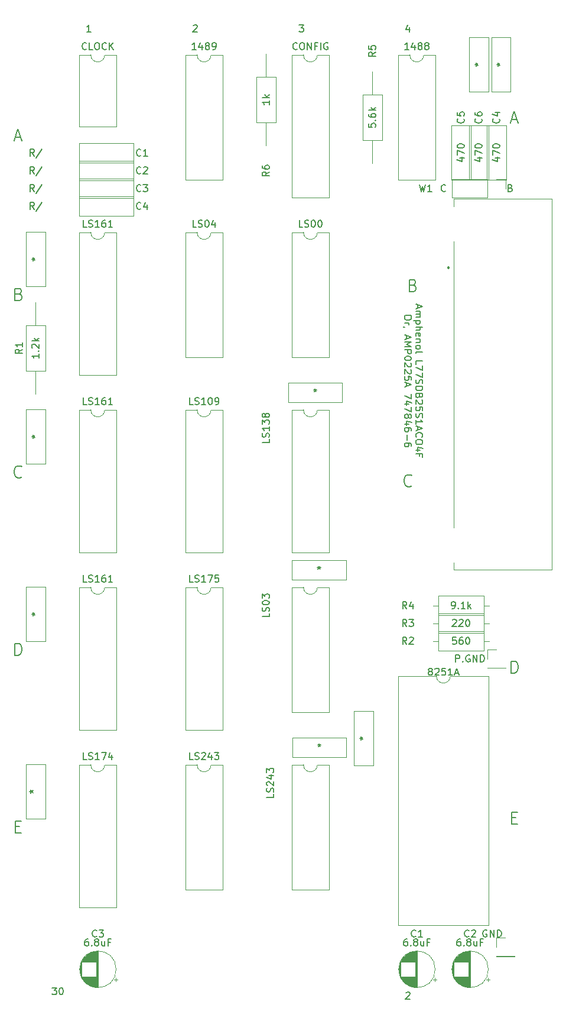
<source format=gto>
%TF.GenerationSoftware,KiCad,Pcbnew,(6.0.0)*%
%TF.CreationDate,2022-03-13T20:59:25-04:00*%
%TF.ProjectId,Northstar SIO,4e6f7274-6873-4746-9172-2053494f2e6b,rev?*%
%TF.SameCoordinates,Original*%
%TF.FileFunction,Legend,Top*%
%TF.FilePolarity,Positive*%
%FSLAX46Y46*%
G04 Gerber Fmt 4.6, Leading zero omitted, Abs format (unit mm)*
G04 Created by KiCad (PCBNEW (6.0.0)) date 2022-03-13 20:59:25*
%MOMM*%
%LPD*%
G01*
G04 APERTURE LIST*
%ADD10C,0.150000*%
%ADD11C,0.120000*%
%ADD12C,0.300000*%
%ADD13C,0.100000*%
%ADD14C,1.600000*%
%ADD15O,1.600000X1.600000*%
%ADD16R,1.600000X1.600000*%
%ADD17C,2.000000*%
%ADD18C,1.500000*%
%ADD19C,4.800000*%
%ADD20C,3.200000*%
%ADD21C,1.700000*%
%ADD22R,1.700000X7.400000*%
%ADD23R,1.700000X1.700000*%
%ADD24O,1.700000X1.700000*%
G04 APERTURE END LIST*
D10*
X80131428Y-66553571D02*
X80374285Y-66634523D01*
X80455238Y-66715476D01*
X80536190Y-66877380D01*
X80536190Y-67120238D01*
X80455238Y-67282142D01*
X80374285Y-67363095D01*
X80212380Y-67444047D01*
X79564761Y-67444047D01*
X79564761Y-65744047D01*
X80131428Y-65744047D01*
X80293333Y-65825000D01*
X80374285Y-65905952D01*
X80455238Y-66067857D01*
X80455238Y-66229761D01*
X80374285Y-66391666D01*
X80293333Y-66472619D01*
X80131428Y-66553571D01*
X79564761Y-66553571D01*
X97623333Y-46712142D02*
X97575714Y-46759761D01*
X97432857Y-46807380D01*
X97337619Y-46807380D01*
X97194761Y-46759761D01*
X97099523Y-46664523D01*
X97051904Y-46569285D01*
X97004285Y-46378809D01*
X97004285Y-46235952D01*
X97051904Y-46045476D01*
X97099523Y-45950238D01*
X97194761Y-45855000D01*
X97337619Y-45807380D01*
X97432857Y-45807380D01*
X97575714Y-45855000D01*
X97623333Y-45902619D01*
X98575714Y-46807380D02*
X98004285Y-46807380D01*
X98290000Y-46807380D02*
X98290000Y-45807380D01*
X98194761Y-45950238D01*
X98099523Y-46045476D01*
X98004285Y-46093095D01*
X82335714Y-54427380D02*
X82002380Y-53951190D01*
X81764285Y-54427380D02*
X81764285Y-53427380D01*
X82145238Y-53427380D01*
X82240476Y-53475000D01*
X82288095Y-53522619D01*
X82335714Y-53617857D01*
X82335714Y-53760714D01*
X82288095Y-53855952D01*
X82240476Y-53903571D01*
X82145238Y-53951190D01*
X81764285Y-53951190D01*
X83478571Y-53379761D02*
X82621428Y-54665476D01*
X97623333Y-54332142D02*
X97575714Y-54379761D01*
X97432857Y-54427380D01*
X97337619Y-54427380D01*
X97194761Y-54379761D01*
X97099523Y-54284523D01*
X97051904Y-54189285D01*
X97004285Y-53998809D01*
X97004285Y-53855952D01*
X97051904Y-53665476D01*
X97099523Y-53570238D01*
X97194761Y-53475000D01*
X97337619Y-53427380D01*
X97432857Y-53427380D01*
X97575714Y-53475000D01*
X97623333Y-53522619D01*
X98480476Y-53760714D02*
X98480476Y-54427380D01*
X98242380Y-53379761D02*
X98004285Y-54094047D01*
X98623333Y-54094047D01*
X79605238Y-44098333D02*
X80414761Y-44098333D01*
X79443333Y-44584047D02*
X80010000Y-42884047D01*
X80576666Y-44584047D01*
X80536190Y-92682142D02*
X80455238Y-92763095D01*
X80212380Y-92844047D01*
X80050476Y-92844047D01*
X79807619Y-92763095D01*
X79645714Y-92601190D01*
X79564761Y-92439285D01*
X79483809Y-92115476D01*
X79483809Y-91872619D01*
X79564761Y-91548809D01*
X79645714Y-91386904D01*
X79807619Y-91225000D01*
X80050476Y-91144047D01*
X80212380Y-91144047D01*
X80455238Y-91225000D01*
X80536190Y-91305952D01*
X136646428Y-65283571D02*
X136889285Y-65364523D01*
X136970238Y-65445476D01*
X137051190Y-65607380D01*
X137051190Y-65850238D01*
X136970238Y-66012142D01*
X136889285Y-66093095D01*
X136727380Y-66174047D01*
X136079761Y-66174047D01*
X136079761Y-64474047D01*
X136646428Y-64474047D01*
X136808333Y-64555000D01*
X136889285Y-64635952D01*
X136970238Y-64797857D01*
X136970238Y-64959761D01*
X136889285Y-65121666D01*
X136808333Y-65202619D01*
X136646428Y-65283571D01*
X136079761Y-65283571D01*
X150765714Y-141483571D02*
X151332380Y-141483571D01*
X151575238Y-142374047D02*
X150765714Y-142374047D01*
X150765714Y-140674047D01*
X151575238Y-140674047D01*
X90455714Y-29027380D02*
X89884285Y-29027380D01*
X90170000Y-29027380D02*
X90170000Y-28027380D01*
X90074761Y-28170238D01*
X89979523Y-28265476D01*
X89884285Y-28313095D01*
X82335714Y-49347380D02*
X82002380Y-48871190D01*
X81764285Y-49347380D02*
X81764285Y-48347380D01*
X82145238Y-48347380D01*
X82240476Y-48395000D01*
X82288095Y-48442619D01*
X82335714Y-48537857D01*
X82335714Y-48680714D01*
X82288095Y-48775952D01*
X82240476Y-48823571D01*
X82145238Y-48871190D01*
X81764285Y-48871190D01*
X83478571Y-48299761D02*
X82621428Y-49585476D01*
X79645714Y-142753571D02*
X80212380Y-142753571D01*
X80455238Y-143644047D02*
X79645714Y-143644047D01*
X79645714Y-141944047D01*
X80455238Y-141944047D01*
X150566428Y-51363571D02*
X150709285Y-51411190D01*
X150756904Y-51458809D01*
X150804523Y-51554047D01*
X150804523Y-51696904D01*
X150756904Y-51792142D01*
X150709285Y-51839761D01*
X150614047Y-51887380D01*
X150233095Y-51887380D01*
X150233095Y-50887380D01*
X150566428Y-50887380D01*
X150661666Y-50935000D01*
X150709285Y-50982619D01*
X150756904Y-51077857D01*
X150756904Y-51173095D01*
X150709285Y-51268333D01*
X150661666Y-51315952D01*
X150566428Y-51363571D01*
X150233095Y-51363571D01*
X141279523Y-51792142D02*
X141231904Y-51839761D01*
X141089047Y-51887380D01*
X140993809Y-51887380D01*
X140850952Y-51839761D01*
X140755714Y-51744523D01*
X140708095Y-51649285D01*
X140660476Y-51458809D01*
X140660476Y-51315952D01*
X140708095Y-51125476D01*
X140755714Y-51030238D01*
X140850952Y-50935000D01*
X140993809Y-50887380D01*
X141089047Y-50887380D01*
X141231904Y-50935000D01*
X141279523Y-50982619D01*
X82335714Y-51887380D02*
X82002380Y-51411190D01*
X81764285Y-51887380D02*
X81764285Y-50887380D01*
X82145238Y-50887380D01*
X82240476Y-50935000D01*
X82288095Y-50982619D01*
X82335714Y-51077857D01*
X82335714Y-51220714D01*
X82288095Y-51315952D01*
X82240476Y-51363571D01*
X82145238Y-51411190D01*
X81764285Y-51411190D01*
X83478571Y-50839761D02*
X82621428Y-52125476D01*
X136416190Y-93952142D02*
X136335238Y-94033095D01*
X136092380Y-94114047D01*
X135930476Y-94114047D01*
X135687619Y-94033095D01*
X135525714Y-93871190D01*
X135444761Y-93709285D01*
X135363809Y-93385476D01*
X135363809Y-93142619D01*
X135444761Y-92818809D01*
X135525714Y-92656904D01*
X135687619Y-92495000D01*
X135930476Y-92414047D01*
X136092380Y-92414047D01*
X136335238Y-92495000D01*
X136416190Y-92575952D01*
X150725238Y-41558333D02*
X151534761Y-41558333D01*
X150563333Y-42044047D02*
X151130000Y-40344047D01*
X151696666Y-42044047D01*
X97623333Y-51792142D02*
X97575714Y-51839761D01*
X97432857Y-51887380D01*
X97337619Y-51887380D01*
X97194761Y-51839761D01*
X97099523Y-51744523D01*
X97051904Y-51649285D01*
X97004285Y-51458809D01*
X97004285Y-51315952D01*
X97051904Y-51125476D01*
X97099523Y-51030238D01*
X97194761Y-50935000D01*
X97337619Y-50887380D01*
X97432857Y-50887380D01*
X97575714Y-50935000D01*
X97623333Y-50982619D01*
X97956666Y-50887380D02*
X98575714Y-50887380D01*
X98242380Y-51268333D01*
X98385238Y-51268333D01*
X98480476Y-51315952D01*
X98528095Y-51363571D01*
X98575714Y-51458809D01*
X98575714Y-51696904D01*
X98528095Y-51792142D01*
X98480476Y-51839761D01*
X98385238Y-51887380D01*
X98099523Y-51887380D01*
X98004285Y-51839761D01*
X97956666Y-51792142D01*
X105124285Y-28122619D02*
X105171904Y-28075000D01*
X105267142Y-28027380D01*
X105505238Y-28027380D01*
X105600476Y-28075000D01*
X105648095Y-28122619D01*
X105695714Y-28217857D01*
X105695714Y-28313095D01*
X105648095Y-28455952D01*
X105076666Y-29027380D01*
X105695714Y-29027380D01*
X137290333Y-68113047D02*
X137290333Y-68589238D01*
X137004619Y-68017809D02*
X138004619Y-68351142D01*
X137004619Y-68684476D01*
X137004619Y-69017809D02*
X137671285Y-69017809D01*
X137576047Y-69017809D02*
X137623666Y-69065428D01*
X137671285Y-69160666D01*
X137671285Y-69303523D01*
X137623666Y-69398761D01*
X137528428Y-69446380D01*
X137004619Y-69446380D01*
X137528428Y-69446380D02*
X137623666Y-69494000D01*
X137671285Y-69589238D01*
X137671285Y-69732095D01*
X137623666Y-69827333D01*
X137528428Y-69874952D01*
X137004619Y-69874952D01*
X137671285Y-70351142D02*
X136671285Y-70351142D01*
X137623666Y-70351142D02*
X137671285Y-70446380D01*
X137671285Y-70636857D01*
X137623666Y-70732095D01*
X137576047Y-70779714D01*
X137480809Y-70827333D01*
X137195095Y-70827333D01*
X137099857Y-70779714D01*
X137052238Y-70732095D01*
X137004619Y-70636857D01*
X137004619Y-70446380D01*
X137052238Y-70351142D01*
X137004619Y-71255904D02*
X138004619Y-71255904D01*
X137004619Y-71684476D02*
X137528428Y-71684476D01*
X137623666Y-71636857D01*
X137671285Y-71541619D01*
X137671285Y-71398761D01*
X137623666Y-71303523D01*
X137576047Y-71255904D01*
X137052238Y-72541619D02*
X137004619Y-72446380D01*
X137004619Y-72255904D01*
X137052238Y-72160666D01*
X137147476Y-72113047D01*
X137528428Y-72113047D01*
X137623666Y-72160666D01*
X137671285Y-72255904D01*
X137671285Y-72446380D01*
X137623666Y-72541619D01*
X137528428Y-72589238D01*
X137433190Y-72589238D01*
X137337952Y-72113047D01*
X137671285Y-73017809D02*
X137004619Y-73017809D01*
X137576047Y-73017809D02*
X137623666Y-73065428D01*
X137671285Y-73160666D01*
X137671285Y-73303523D01*
X137623666Y-73398761D01*
X137528428Y-73446380D01*
X137004619Y-73446380D01*
X137004619Y-74065428D02*
X137052238Y-73970190D01*
X137099857Y-73922571D01*
X137195095Y-73874952D01*
X137480809Y-73874952D01*
X137576047Y-73922571D01*
X137623666Y-73970190D01*
X137671285Y-74065428D01*
X137671285Y-74208285D01*
X137623666Y-74303523D01*
X137576047Y-74351142D01*
X137480809Y-74398761D01*
X137195095Y-74398761D01*
X137099857Y-74351142D01*
X137052238Y-74303523D01*
X137004619Y-74208285D01*
X137004619Y-74065428D01*
X137004619Y-74970190D02*
X137052238Y-74874952D01*
X137147476Y-74827333D01*
X138004619Y-74827333D01*
X137004619Y-76589238D02*
X137004619Y-76113047D01*
X138004619Y-76113047D01*
X138004619Y-76827333D02*
X138004619Y-77494000D01*
X137004619Y-77065428D01*
X138004619Y-77779714D02*
X138004619Y-78446380D01*
X137004619Y-78017809D01*
X137052238Y-78779714D02*
X137004619Y-78922571D01*
X137004619Y-79160666D01*
X137052238Y-79255904D01*
X137099857Y-79303523D01*
X137195095Y-79351142D01*
X137290333Y-79351142D01*
X137385571Y-79303523D01*
X137433190Y-79255904D01*
X137480809Y-79160666D01*
X137528428Y-78970190D01*
X137576047Y-78874952D01*
X137623666Y-78827333D01*
X137718904Y-78779714D01*
X137814142Y-78779714D01*
X137909380Y-78827333D01*
X137957000Y-78874952D01*
X138004619Y-78970190D01*
X138004619Y-79208285D01*
X137957000Y-79351142D01*
X137004619Y-79779714D02*
X138004619Y-79779714D01*
X138004619Y-80017809D01*
X137957000Y-80160666D01*
X137861761Y-80255904D01*
X137766523Y-80303523D01*
X137576047Y-80351142D01*
X137433190Y-80351142D01*
X137242714Y-80303523D01*
X137147476Y-80255904D01*
X137052238Y-80160666D01*
X137004619Y-80017809D01*
X137004619Y-79779714D01*
X137528428Y-81113047D02*
X137480809Y-81255904D01*
X137433190Y-81303523D01*
X137337952Y-81351142D01*
X137195095Y-81351142D01*
X137099857Y-81303523D01*
X137052238Y-81255904D01*
X137004619Y-81160666D01*
X137004619Y-80779714D01*
X138004619Y-80779714D01*
X138004619Y-81113047D01*
X137957000Y-81208285D01*
X137909380Y-81255904D01*
X137814142Y-81303523D01*
X137718904Y-81303523D01*
X137623666Y-81255904D01*
X137576047Y-81208285D01*
X137528428Y-81113047D01*
X137528428Y-80779714D01*
X137909380Y-81732095D02*
X137957000Y-81779714D01*
X138004619Y-81874952D01*
X138004619Y-82113047D01*
X137957000Y-82208285D01*
X137909380Y-82255904D01*
X137814142Y-82303523D01*
X137718904Y-82303523D01*
X137576047Y-82255904D01*
X137004619Y-81684476D01*
X137004619Y-82303523D01*
X138004619Y-83208285D02*
X138004619Y-82732095D01*
X137528428Y-82684476D01*
X137576047Y-82732095D01*
X137623666Y-82827333D01*
X137623666Y-83065428D01*
X137576047Y-83160666D01*
X137528428Y-83208285D01*
X137433190Y-83255904D01*
X137195095Y-83255904D01*
X137099857Y-83208285D01*
X137052238Y-83160666D01*
X137004619Y-83065428D01*
X137004619Y-82827333D01*
X137052238Y-82732095D01*
X137099857Y-82684476D01*
X137052238Y-83636857D02*
X137004619Y-83779714D01*
X137004619Y-84017809D01*
X137052238Y-84113047D01*
X137099857Y-84160666D01*
X137195095Y-84208285D01*
X137290333Y-84208285D01*
X137385571Y-84160666D01*
X137433190Y-84113047D01*
X137480809Y-84017809D01*
X137528428Y-83827333D01*
X137576047Y-83732095D01*
X137623666Y-83684476D01*
X137718904Y-83636857D01*
X137814142Y-83636857D01*
X137909380Y-83684476D01*
X137957000Y-83732095D01*
X138004619Y-83827333D01*
X138004619Y-84065428D01*
X137957000Y-84208285D01*
X137004619Y-85160666D02*
X137004619Y-84589238D01*
X137004619Y-84874952D02*
X138004619Y-84874952D01*
X137861761Y-84779714D01*
X137766523Y-84684476D01*
X137718904Y-84589238D01*
X137290333Y-85541619D02*
X137290333Y-86017809D01*
X137004619Y-85446380D02*
X138004619Y-85779714D01*
X137004619Y-86113047D01*
X137099857Y-87017809D02*
X137052238Y-86970190D01*
X137004619Y-86827333D01*
X137004619Y-86732095D01*
X137052238Y-86589238D01*
X137147476Y-86494000D01*
X137242714Y-86446380D01*
X137433190Y-86398761D01*
X137576047Y-86398761D01*
X137766523Y-86446380D01*
X137861761Y-86494000D01*
X137957000Y-86589238D01*
X138004619Y-86732095D01*
X138004619Y-86827333D01*
X137957000Y-86970190D01*
X137909380Y-87017809D01*
X138004619Y-87636857D02*
X138004619Y-87827333D01*
X137957000Y-87922571D01*
X137861761Y-88017809D01*
X137671285Y-88065428D01*
X137337952Y-88065428D01*
X137147476Y-88017809D01*
X137052238Y-87922571D01*
X137004619Y-87827333D01*
X137004619Y-87636857D01*
X137052238Y-87541619D01*
X137147476Y-87446380D01*
X137337952Y-87398761D01*
X137671285Y-87398761D01*
X137861761Y-87446380D01*
X137957000Y-87541619D01*
X138004619Y-87636857D01*
X137671285Y-88922571D02*
X137004619Y-88922571D01*
X138052238Y-88684476D02*
X137337952Y-88446380D01*
X137337952Y-89065428D01*
X137528428Y-89779714D02*
X137528428Y-89446380D01*
X137004619Y-89446380D02*
X138004619Y-89446380D01*
X138004619Y-89922571D01*
X136394619Y-69803523D02*
X136394619Y-69993999D01*
X136347000Y-70089238D01*
X136251761Y-70184476D01*
X136061285Y-70232095D01*
X135727952Y-70232095D01*
X135537476Y-70184476D01*
X135442238Y-70089238D01*
X135394619Y-69993999D01*
X135394619Y-69803523D01*
X135442238Y-69708285D01*
X135537476Y-69613047D01*
X135727952Y-69565428D01*
X136061285Y-69565428D01*
X136251761Y-69613047D01*
X136347000Y-69708285D01*
X136394619Y-69803523D01*
X135394619Y-70660666D02*
X136061285Y-70660666D01*
X135870809Y-70660666D02*
X135966047Y-70708285D01*
X136013666Y-70755904D01*
X136061285Y-70851142D01*
X136061285Y-70946380D01*
X135442238Y-71327333D02*
X135394619Y-71327333D01*
X135299380Y-71279714D01*
X135251761Y-71232095D01*
X135680333Y-72470190D02*
X135680333Y-72946380D01*
X135394619Y-72374952D02*
X136394619Y-72708285D01*
X135394619Y-73041619D01*
X135394619Y-73374952D02*
X136394619Y-73374952D01*
X135680333Y-73708285D01*
X136394619Y-74041619D01*
X135394619Y-74041619D01*
X135394619Y-74517809D02*
X136394619Y-74517809D01*
X136394619Y-74898761D01*
X136347000Y-74994000D01*
X136299380Y-75041619D01*
X136204142Y-75089238D01*
X136061285Y-75089238D01*
X135966047Y-75041619D01*
X135918428Y-74994000D01*
X135870809Y-74898761D01*
X135870809Y-74517809D01*
X136394619Y-75708285D02*
X136394619Y-75803523D01*
X136347000Y-75898761D01*
X136299380Y-75946380D01*
X136204142Y-75994000D01*
X136013666Y-76041619D01*
X135775571Y-76041619D01*
X135585095Y-75994000D01*
X135489857Y-75946380D01*
X135442238Y-75898761D01*
X135394619Y-75803523D01*
X135394619Y-75708285D01*
X135442238Y-75613047D01*
X135489857Y-75565428D01*
X135585095Y-75517809D01*
X135775571Y-75470190D01*
X136013666Y-75470190D01*
X136204142Y-75517809D01*
X136299380Y-75565428D01*
X136347000Y-75613047D01*
X136394619Y-75708285D01*
X136299380Y-76422571D02*
X136347000Y-76470190D01*
X136394619Y-76565428D01*
X136394619Y-76803523D01*
X136347000Y-76898761D01*
X136299380Y-76946380D01*
X136204142Y-76994000D01*
X136108904Y-76994000D01*
X135966047Y-76946380D01*
X135394619Y-76374952D01*
X135394619Y-76994000D01*
X136299380Y-77374952D02*
X136347000Y-77422571D01*
X136394619Y-77517809D01*
X136394619Y-77755904D01*
X136347000Y-77851142D01*
X136299380Y-77898761D01*
X136204142Y-77946380D01*
X136108904Y-77946380D01*
X135966047Y-77898761D01*
X135394619Y-77327333D01*
X135394619Y-77946380D01*
X136394619Y-78851142D02*
X136394619Y-78374952D01*
X135918428Y-78327333D01*
X135966047Y-78374952D01*
X136013666Y-78470190D01*
X136013666Y-78708285D01*
X135966047Y-78803523D01*
X135918428Y-78851142D01*
X135823190Y-78898761D01*
X135585095Y-78898761D01*
X135489857Y-78851142D01*
X135442238Y-78803523D01*
X135394619Y-78708285D01*
X135394619Y-78470190D01*
X135442238Y-78374952D01*
X135489857Y-78327333D01*
X135680333Y-79279714D02*
X135680333Y-79755904D01*
X135394619Y-79184476D02*
X136394619Y-79517809D01*
X135394619Y-79851142D01*
X136394619Y-80851142D02*
X136394619Y-81517809D01*
X135394619Y-81089238D01*
X136061285Y-82327333D02*
X135394619Y-82327333D01*
X136442238Y-82089238D02*
X135727952Y-81851142D01*
X135727952Y-82470190D01*
X136394619Y-82755904D02*
X136394619Y-83422571D01*
X135394619Y-82994000D01*
X135966047Y-83946380D02*
X136013666Y-83851142D01*
X136061285Y-83803523D01*
X136156523Y-83755904D01*
X136204142Y-83755904D01*
X136299380Y-83803523D01*
X136347000Y-83851142D01*
X136394619Y-83946380D01*
X136394619Y-84136857D01*
X136347000Y-84232095D01*
X136299380Y-84279714D01*
X136204142Y-84327333D01*
X136156523Y-84327333D01*
X136061285Y-84279714D01*
X136013666Y-84232095D01*
X135966047Y-84136857D01*
X135966047Y-83946380D01*
X135918428Y-83851142D01*
X135870809Y-83803523D01*
X135775571Y-83755904D01*
X135585095Y-83755904D01*
X135489857Y-83803523D01*
X135442238Y-83851142D01*
X135394619Y-83946380D01*
X135394619Y-84136857D01*
X135442238Y-84232095D01*
X135489857Y-84279714D01*
X135585095Y-84327333D01*
X135775571Y-84327333D01*
X135870809Y-84279714D01*
X135918428Y-84232095D01*
X135966047Y-84136857D01*
X136061285Y-85184476D02*
X135394619Y-85184476D01*
X136442238Y-84946380D02*
X135727952Y-84708285D01*
X135727952Y-85327333D01*
X136394619Y-86136857D02*
X136394619Y-85946380D01*
X136347000Y-85851142D01*
X136299380Y-85803523D01*
X136156523Y-85708285D01*
X135966047Y-85660666D01*
X135585095Y-85660666D01*
X135489857Y-85708285D01*
X135442238Y-85755904D01*
X135394619Y-85851142D01*
X135394619Y-86041619D01*
X135442238Y-86136857D01*
X135489857Y-86184476D01*
X135585095Y-86232095D01*
X135823190Y-86232095D01*
X135918428Y-86184476D01*
X135966047Y-86136857D01*
X136013666Y-86041619D01*
X136013666Y-85851142D01*
X135966047Y-85755904D01*
X135918428Y-85708285D01*
X135823190Y-85660666D01*
X135775571Y-86660666D02*
X135775571Y-87422571D01*
X136394619Y-88327333D02*
X136394619Y-88136857D01*
X136347000Y-88041619D01*
X136299380Y-87994000D01*
X136156523Y-87898761D01*
X135966047Y-87851142D01*
X135585095Y-87851142D01*
X135489857Y-87898761D01*
X135442238Y-87946380D01*
X135394619Y-88041619D01*
X135394619Y-88232095D01*
X135442238Y-88327333D01*
X135489857Y-88374952D01*
X135585095Y-88422571D01*
X135823190Y-88422571D01*
X135918428Y-88374952D01*
X135966047Y-88327333D01*
X136013666Y-88232095D01*
X136013666Y-88041619D01*
X135966047Y-87946380D01*
X135918428Y-87898761D01*
X135823190Y-87851142D01*
X84915476Y-165822380D02*
X85534523Y-165822380D01*
X85201190Y-166203333D01*
X85344047Y-166203333D01*
X85439285Y-166250952D01*
X85486904Y-166298571D01*
X85534523Y-166393809D01*
X85534523Y-166631904D01*
X85486904Y-166727142D01*
X85439285Y-166774761D01*
X85344047Y-166822380D01*
X85058333Y-166822380D01*
X84963095Y-166774761D01*
X84915476Y-166727142D01*
X86153571Y-165822380D02*
X86248809Y-165822380D01*
X86344047Y-165870000D01*
X86391666Y-165917619D01*
X86439285Y-166012857D01*
X86486904Y-166203333D01*
X86486904Y-166441428D01*
X86439285Y-166631904D01*
X86391666Y-166727142D01*
X86344047Y-166774761D01*
X86248809Y-166822380D01*
X86153571Y-166822380D01*
X86058333Y-166774761D01*
X86010714Y-166727142D01*
X85963095Y-166631904D01*
X85915476Y-166441428D01*
X85915476Y-166203333D01*
X85963095Y-166012857D01*
X86010714Y-165917619D01*
X86058333Y-165870000D01*
X86153571Y-165822380D01*
X135604285Y-166552619D02*
X135651904Y-166505000D01*
X135747142Y-166457380D01*
X135985238Y-166457380D01*
X136080476Y-166505000D01*
X136128095Y-166552619D01*
X136175714Y-166647857D01*
X136175714Y-166743095D01*
X136128095Y-166885952D01*
X135556666Y-167457380D01*
X136175714Y-167457380D01*
X136080476Y-28360714D02*
X136080476Y-29027380D01*
X135842380Y-27979761D02*
X135604285Y-28694047D01*
X136223333Y-28694047D01*
X97623333Y-49252142D02*
X97575714Y-49299761D01*
X97432857Y-49347380D01*
X97337619Y-49347380D01*
X97194761Y-49299761D01*
X97099523Y-49204523D01*
X97051904Y-49109285D01*
X97004285Y-48918809D01*
X97004285Y-48775952D01*
X97051904Y-48585476D01*
X97099523Y-48490238D01*
X97194761Y-48395000D01*
X97337619Y-48347380D01*
X97432857Y-48347380D01*
X97575714Y-48395000D01*
X97623333Y-48442619D01*
X98004285Y-48442619D02*
X98051904Y-48395000D01*
X98147142Y-48347380D01*
X98385238Y-48347380D01*
X98480476Y-48395000D01*
X98528095Y-48442619D01*
X98575714Y-48537857D01*
X98575714Y-48633095D01*
X98528095Y-48775952D01*
X97956666Y-49347380D01*
X98575714Y-49347380D01*
X79564761Y-118244047D02*
X79564761Y-116544047D01*
X79969523Y-116544047D01*
X80212380Y-116625000D01*
X80374285Y-116786904D01*
X80455238Y-116948809D01*
X80536190Y-117272619D01*
X80536190Y-117515476D01*
X80455238Y-117839285D01*
X80374285Y-118001190D01*
X80212380Y-118163095D01*
X79969523Y-118244047D01*
X79564761Y-118244047D01*
X82335714Y-46807380D02*
X82002380Y-46331190D01*
X81764285Y-46807380D02*
X81764285Y-45807380D01*
X82145238Y-45807380D01*
X82240476Y-45855000D01*
X82288095Y-45902619D01*
X82335714Y-45997857D01*
X82335714Y-46140714D01*
X82288095Y-46235952D01*
X82240476Y-46283571D01*
X82145238Y-46331190D01*
X81764285Y-46331190D01*
X83478571Y-45759761D02*
X82621428Y-47045476D01*
X150684761Y-120784047D02*
X150684761Y-119084047D01*
X151089523Y-119084047D01*
X151332380Y-119165000D01*
X151494285Y-119326904D01*
X151575238Y-119488809D01*
X151656190Y-119812619D01*
X151656190Y-120055476D01*
X151575238Y-120379285D01*
X151494285Y-120541190D01*
X151332380Y-120703095D01*
X151089523Y-120784047D01*
X150684761Y-120784047D01*
X120316666Y-28027380D02*
X120935714Y-28027380D01*
X120602380Y-28408333D01*
X120745238Y-28408333D01*
X120840476Y-28455952D01*
X120888095Y-28503571D01*
X120935714Y-28598809D01*
X120935714Y-28836904D01*
X120888095Y-28932142D01*
X120840476Y-28979761D01*
X120745238Y-29027380D01*
X120459523Y-29027380D01*
X120364285Y-28979761D01*
X120316666Y-28932142D01*
%TO.C,R1*%
X80632380Y-74461666D02*
X80156190Y-74795000D01*
X80632380Y-75033095D02*
X79632380Y-75033095D01*
X79632380Y-74652142D01*
X79680000Y-74556904D01*
X79727619Y-74509285D01*
X79822857Y-74461666D01*
X79965714Y-74461666D01*
X80060952Y-74509285D01*
X80108571Y-74556904D01*
X80156190Y-74652142D01*
X80156190Y-75033095D01*
X80632380Y-73509285D02*
X80632380Y-74080714D01*
X80632380Y-73795000D02*
X79632380Y-73795000D01*
X79775238Y-73890238D01*
X79870476Y-73985476D01*
X79918095Y-74080714D01*
X83002380Y-75128333D02*
X83002380Y-75699761D01*
X83002380Y-75414047D02*
X82002380Y-75414047D01*
X82145238Y-75509285D01*
X82240476Y-75604523D01*
X82288095Y-75699761D01*
X82907142Y-74699761D02*
X82954761Y-74652142D01*
X83002380Y-74699761D01*
X82954761Y-74747380D01*
X82907142Y-74699761D01*
X83002380Y-74699761D01*
X82097619Y-74271190D02*
X82050000Y-74223571D01*
X82002380Y-74128333D01*
X82002380Y-73890238D01*
X82050000Y-73795000D01*
X82097619Y-73747380D01*
X82192857Y-73699761D01*
X82288095Y-73699761D01*
X82430952Y-73747380D01*
X83002380Y-74318809D01*
X83002380Y-73699761D01*
X83002380Y-73271190D02*
X82002380Y-73271190D01*
X82621428Y-73175952D02*
X83002380Y-72890238D01*
X82335714Y-72890238D02*
X82716666Y-73271190D01*
%TO.C,U2B1*%
X105560952Y-56967380D02*
X105084761Y-56967380D01*
X105084761Y-55967380D01*
X105846666Y-56919761D02*
X105989523Y-56967380D01*
X106227619Y-56967380D01*
X106322857Y-56919761D01*
X106370476Y-56872142D01*
X106418095Y-56776904D01*
X106418095Y-56681666D01*
X106370476Y-56586428D01*
X106322857Y-56538809D01*
X106227619Y-56491190D01*
X106037142Y-56443571D01*
X105941904Y-56395952D01*
X105894285Y-56348333D01*
X105846666Y-56253095D01*
X105846666Y-56157857D01*
X105894285Y-56062619D01*
X105941904Y-56015000D01*
X106037142Y-55967380D01*
X106275238Y-55967380D01*
X106418095Y-56015000D01*
X107037142Y-55967380D02*
X107132380Y-55967380D01*
X107227619Y-56015000D01*
X107275238Y-56062619D01*
X107322857Y-56157857D01*
X107370476Y-56348333D01*
X107370476Y-56586428D01*
X107322857Y-56776904D01*
X107275238Y-56872142D01*
X107227619Y-56919761D01*
X107132380Y-56967380D01*
X107037142Y-56967380D01*
X106941904Y-56919761D01*
X106894285Y-56872142D01*
X106846666Y-56776904D01*
X106799047Y-56586428D01*
X106799047Y-56348333D01*
X106846666Y-56157857D01*
X106894285Y-56062619D01*
X106941904Y-56015000D01*
X107037142Y-55967380D01*
X108227619Y-56300714D02*
X108227619Y-56967380D01*
X107989523Y-55919761D02*
X107751428Y-56634047D01*
X108370476Y-56634047D01*
%TO.C,C16*%
X81712380Y-137755000D02*
X81950476Y-137755000D01*
X81855238Y-137993095D02*
X81950476Y-137755000D01*
X81855238Y-137516904D01*
X82140952Y-137897857D02*
X81950476Y-137755000D01*
X82140952Y-137612142D01*
%TO.C,C15*%
X122595000Y-80097380D02*
X122595000Y-80335476D01*
X122356904Y-80240238D02*
X122595000Y-80335476D01*
X122833095Y-80240238D01*
X122452142Y-80525952D02*
X122595000Y-80335476D01*
X122737857Y-80525952D01*
%TO.C,U3D1*%
X116022380Y-112244047D02*
X116022380Y-112720238D01*
X115022380Y-112720238D01*
X115974761Y-111958333D02*
X116022380Y-111815476D01*
X116022380Y-111577380D01*
X115974761Y-111482142D01*
X115927142Y-111434523D01*
X115831904Y-111386904D01*
X115736666Y-111386904D01*
X115641428Y-111434523D01*
X115593809Y-111482142D01*
X115546190Y-111577380D01*
X115498571Y-111767857D01*
X115450952Y-111863095D01*
X115403333Y-111910714D01*
X115308095Y-111958333D01*
X115212857Y-111958333D01*
X115117619Y-111910714D01*
X115070000Y-111863095D01*
X115022380Y-111767857D01*
X115022380Y-111529761D01*
X115070000Y-111386904D01*
X115022380Y-110767857D02*
X115022380Y-110672619D01*
X115070000Y-110577380D01*
X115117619Y-110529761D01*
X115212857Y-110482142D01*
X115403333Y-110434523D01*
X115641428Y-110434523D01*
X115831904Y-110482142D01*
X115927142Y-110529761D01*
X115974761Y-110577380D01*
X116022380Y-110672619D01*
X116022380Y-110767857D01*
X115974761Y-110863095D01*
X115927142Y-110910714D01*
X115831904Y-110958333D01*
X115641428Y-111005952D01*
X115403333Y-111005952D01*
X115212857Y-110958333D01*
X115117619Y-110910714D01*
X115070000Y-110863095D01*
X115022380Y-110767857D01*
X115022380Y-110101190D02*
X115022380Y-109482142D01*
X115403333Y-109815476D01*
X115403333Y-109672619D01*
X115450952Y-109577380D01*
X115498571Y-109529761D01*
X115593809Y-109482142D01*
X115831904Y-109482142D01*
X115927142Y-109529761D01*
X115974761Y-109577380D01*
X116022380Y-109672619D01*
X116022380Y-109958333D01*
X115974761Y-110053571D01*
X115927142Y-110101190D01*
%TO.C,U2E1*%
X105084761Y-133167380D02*
X104608571Y-133167380D01*
X104608571Y-132167380D01*
X105370476Y-133119761D02*
X105513333Y-133167380D01*
X105751428Y-133167380D01*
X105846666Y-133119761D01*
X105894285Y-133072142D01*
X105941904Y-132976904D01*
X105941904Y-132881666D01*
X105894285Y-132786428D01*
X105846666Y-132738809D01*
X105751428Y-132691190D01*
X105560952Y-132643571D01*
X105465714Y-132595952D01*
X105418095Y-132548333D01*
X105370476Y-132453095D01*
X105370476Y-132357857D01*
X105418095Y-132262619D01*
X105465714Y-132215000D01*
X105560952Y-132167380D01*
X105799047Y-132167380D01*
X105941904Y-132215000D01*
X106322857Y-132262619D02*
X106370476Y-132215000D01*
X106465714Y-132167380D01*
X106703809Y-132167380D01*
X106799047Y-132215000D01*
X106846666Y-132262619D01*
X106894285Y-132357857D01*
X106894285Y-132453095D01*
X106846666Y-132595952D01*
X106275238Y-133167380D01*
X106894285Y-133167380D01*
X107751428Y-132500714D02*
X107751428Y-133167380D01*
X107513333Y-132119761D02*
X107275238Y-132834047D01*
X107894285Y-132834047D01*
X108180000Y-132167380D02*
X108799047Y-132167380D01*
X108465714Y-132548333D01*
X108608571Y-132548333D01*
X108703809Y-132595952D01*
X108751428Y-132643571D01*
X108799047Y-132738809D01*
X108799047Y-132976904D01*
X108751428Y-133072142D01*
X108703809Y-133119761D01*
X108608571Y-133167380D01*
X108322857Y-133167380D01*
X108227619Y-133119761D01*
X108180000Y-133072142D01*
%TO.C,U2A1*%
X105537142Y-31567380D02*
X104965714Y-31567380D01*
X105251428Y-31567380D02*
X105251428Y-30567380D01*
X105156190Y-30710238D01*
X105060952Y-30805476D01*
X104965714Y-30853095D01*
X106394285Y-30900714D02*
X106394285Y-31567380D01*
X106156190Y-30519761D02*
X105918095Y-31234047D01*
X106537142Y-31234047D01*
X107060952Y-30995952D02*
X106965714Y-30948333D01*
X106918095Y-30900714D01*
X106870476Y-30805476D01*
X106870476Y-30757857D01*
X106918095Y-30662619D01*
X106965714Y-30615000D01*
X107060952Y-30567380D01*
X107251428Y-30567380D01*
X107346666Y-30615000D01*
X107394285Y-30662619D01*
X107441904Y-30757857D01*
X107441904Y-30805476D01*
X107394285Y-30900714D01*
X107346666Y-30948333D01*
X107251428Y-30995952D01*
X107060952Y-30995952D01*
X106965714Y-31043571D01*
X106918095Y-31091190D01*
X106870476Y-31186428D01*
X106870476Y-31376904D01*
X106918095Y-31472142D01*
X106965714Y-31519761D01*
X107060952Y-31567380D01*
X107251428Y-31567380D01*
X107346666Y-31519761D01*
X107394285Y-31472142D01*
X107441904Y-31376904D01*
X107441904Y-31186428D01*
X107394285Y-31091190D01*
X107346666Y-31043571D01*
X107251428Y-30995952D01*
X107918095Y-31567380D02*
X108108571Y-31567380D01*
X108203809Y-31519761D01*
X108251428Y-31472142D01*
X108346666Y-31329285D01*
X108394285Y-31138809D01*
X108394285Y-30757857D01*
X108346666Y-30662619D01*
X108299047Y-30615000D01*
X108203809Y-30567380D01*
X108013333Y-30567380D01*
X107918095Y-30615000D01*
X107870476Y-30662619D01*
X107822857Y-30757857D01*
X107822857Y-30995952D01*
X107870476Y-31091190D01*
X107918095Y-31138809D01*
X108013333Y-31186428D01*
X108203809Y-31186428D01*
X108299047Y-31138809D01*
X108346666Y-31091190D01*
X108394285Y-30995952D01*
%TO.C,U4A1*%
X136017142Y-31567380D02*
X135445714Y-31567380D01*
X135731428Y-31567380D02*
X135731428Y-30567380D01*
X135636190Y-30710238D01*
X135540952Y-30805476D01*
X135445714Y-30853095D01*
X136874285Y-30900714D02*
X136874285Y-31567380D01*
X136636190Y-30519761D02*
X136398095Y-31234047D01*
X137017142Y-31234047D01*
X137540952Y-30995952D02*
X137445714Y-30948333D01*
X137398095Y-30900714D01*
X137350476Y-30805476D01*
X137350476Y-30757857D01*
X137398095Y-30662619D01*
X137445714Y-30615000D01*
X137540952Y-30567380D01*
X137731428Y-30567380D01*
X137826666Y-30615000D01*
X137874285Y-30662619D01*
X137921904Y-30757857D01*
X137921904Y-30805476D01*
X137874285Y-30900714D01*
X137826666Y-30948333D01*
X137731428Y-30995952D01*
X137540952Y-30995952D01*
X137445714Y-31043571D01*
X137398095Y-31091190D01*
X137350476Y-31186428D01*
X137350476Y-31376904D01*
X137398095Y-31472142D01*
X137445714Y-31519761D01*
X137540952Y-31567380D01*
X137731428Y-31567380D01*
X137826666Y-31519761D01*
X137874285Y-31472142D01*
X137921904Y-31376904D01*
X137921904Y-31186428D01*
X137874285Y-31091190D01*
X137826666Y-31043571D01*
X137731428Y-30995952D01*
X138493333Y-30995952D02*
X138398095Y-30948333D01*
X138350476Y-30900714D01*
X138302857Y-30805476D01*
X138302857Y-30757857D01*
X138350476Y-30662619D01*
X138398095Y-30615000D01*
X138493333Y-30567380D01*
X138683809Y-30567380D01*
X138779047Y-30615000D01*
X138826666Y-30662619D01*
X138874285Y-30757857D01*
X138874285Y-30805476D01*
X138826666Y-30900714D01*
X138779047Y-30948333D01*
X138683809Y-30995952D01*
X138493333Y-30995952D01*
X138398095Y-31043571D01*
X138350476Y-31091190D01*
X138302857Y-31186428D01*
X138302857Y-31376904D01*
X138350476Y-31472142D01*
X138398095Y-31519761D01*
X138493333Y-31567380D01*
X138683809Y-31567380D01*
X138779047Y-31519761D01*
X138826666Y-31472142D01*
X138874285Y-31376904D01*
X138874285Y-31186428D01*
X138826666Y-31091190D01*
X138779047Y-31043571D01*
X138683809Y-30995952D01*
%TO.C,C8*%
X128992380Y-130135000D02*
X129230476Y-130135000D01*
X129135238Y-130373095D02*
X129230476Y-130135000D01*
X129135238Y-129896904D01*
X129420952Y-130277857D02*
X129230476Y-130135000D01*
X129420952Y-129992142D01*
%TO.C,C7*%
X148677380Y-33695000D02*
X148915476Y-33695000D01*
X148820238Y-33933095D02*
X148915476Y-33695000D01*
X148820238Y-33456904D01*
X149105952Y-33837857D02*
X148915476Y-33695000D01*
X149105952Y-33552142D01*
%TO.C,C10*%
X123150000Y-105497380D02*
X123150000Y-105735476D01*
X122911904Y-105640238D02*
X123150000Y-105735476D01*
X123388095Y-105640238D01*
X123007142Y-105925952D02*
X123150000Y-105735476D01*
X123292857Y-105925952D01*
%TO.C,C3*%
X91293333Y-158472142D02*
X91245714Y-158519761D01*
X91102857Y-158567380D01*
X91007619Y-158567380D01*
X90864761Y-158519761D01*
X90769523Y-158424523D01*
X90721904Y-158329285D01*
X90674285Y-158138809D01*
X90674285Y-157995952D01*
X90721904Y-157805476D01*
X90769523Y-157710238D01*
X90864761Y-157615000D01*
X91007619Y-157567380D01*
X91102857Y-157567380D01*
X91245714Y-157615000D01*
X91293333Y-157662619D01*
X91626666Y-157567380D02*
X92245714Y-157567380D01*
X91912380Y-157948333D01*
X92055238Y-157948333D01*
X92150476Y-157995952D01*
X92198095Y-158043571D01*
X92245714Y-158138809D01*
X92245714Y-158376904D01*
X92198095Y-158472142D01*
X92150476Y-158519761D01*
X92055238Y-158567380D01*
X91769523Y-158567380D01*
X91674285Y-158519761D01*
X91626666Y-158472142D01*
X90055238Y-158837380D02*
X89864761Y-158837380D01*
X89769523Y-158885000D01*
X89721904Y-158932619D01*
X89626666Y-159075476D01*
X89579047Y-159265952D01*
X89579047Y-159646904D01*
X89626666Y-159742142D01*
X89674285Y-159789761D01*
X89769523Y-159837380D01*
X89960000Y-159837380D01*
X90055238Y-159789761D01*
X90102857Y-159742142D01*
X90150476Y-159646904D01*
X90150476Y-159408809D01*
X90102857Y-159313571D01*
X90055238Y-159265952D01*
X89960000Y-159218333D01*
X89769523Y-159218333D01*
X89674285Y-159265952D01*
X89626666Y-159313571D01*
X89579047Y-159408809D01*
X90579047Y-159742142D02*
X90626666Y-159789761D01*
X90579047Y-159837380D01*
X90531428Y-159789761D01*
X90579047Y-159742142D01*
X90579047Y-159837380D01*
X91198095Y-159265952D02*
X91102857Y-159218333D01*
X91055238Y-159170714D01*
X91007619Y-159075476D01*
X91007619Y-159027857D01*
X91055238Y-158932619D01*
X91102857Y-158885000D01*
X91198095Y-158837380D01*
X91388571Y-158837380D01*
X91483809Y-158885000D01*
X91531428Y-158932619D01*
X91579047Y-159027857D01*
X91579047Y-159075476D01*
X91531428Y-159170714D01*
X91483809Y-159218333D01*
X91388571Y-159265952D01*
X91198095Y-159265952D01*
X91102857Y-159313571D01*
X91055238Y-159361190D01*
X91007619Y-159456428D01*
X91007619Y-159646904D01*
X91055238Y-159742142D01*
X91102857Y-159789761D01*
X91198095Y-159837380D01*
X91388571Y-159837380D01*
X91483809Y-159789761D01*
X91531428Y-159742142D01*
X91579047Y-159646904D01*
X91579047Y-159456428D01*
X91531428Y-159361190D01*
X91483809Y-159313571D01*
X91388571Y-159265952D01*
X92436190Y-159170714D02*
X92436190Y-159837380D01*
X92007619Y-159170714D02*
X92007619Y-159694523D01*
X92055238Y-159789761D01*
X92150476Y-159837380D01*
X92293333Y-159837380D01*
X92388571Y-159789761D01*
X92436190Y-159742142D01*
X93245714Y-159313571D02*
X92912380Y-159313571D01*
X92912380Y-159837380D02*
X92912380Y-158837380D01*
X93388571Y-158837380D01*
%TO.C,C19*%
X82002380Y-61555000D02*
X82240476Y-61555000D01*
X82145238Y-61793095D02*
X82240476Y-61555000D01*
X82145238Y-61316904D01*
X82430952Y-61697857D02*
X82240476Y-61555000D01*
X82430952Y-61412142D01*
%TO.C,U2D1*%
X105084761Y-107767380D02*
X104608571Y-107767380D01*
X104608571Y-106767380D01*
X105370476Y-107719761D02*
X105513333Y-107767380D01*
X105751428Y-107767380D01*
X105846666Y-107719761D01*
X105894285Y-107672142D01*
X105941904Y-107576904D01*
X105941904Y-107481666D01*
X105894285Y-107386428D01*
X105846666Y-107338809D01*
X105751428Y-107291190D01*
X105560952Y-107243571D01*
X105465714Y-107195952D01*
X105418095Y-107148333D01*
X105370476Y-107053095D01*
X105370476Y-106957857D01*
X105418095Y-106862619D01*
X105465714Y-106815000D01*
X105560952Y-106767380D01*
X105799047Y-106767380D01*
X105941904Y-106815000D01*
X106894285Y-107767380D02*
X106322857Y-107767380D01*
X106608571Y-107767380D02*
X106608571Y-106767380D01*
X106513333Y-106910238D01*
X106418095Y-107005476D01*
X106322857Y-107053095D01*
X107227619Y-106767380D02*
X107894285Y-106767380D01*
X107465714Y-107767380D01*
X108751428Y-106767380D02*
X108275238Y-106767380D01*
X108227619Y-107243571D01*
X108275238Y-107195952D01*
X108370476Y-107148333D01*
X108608571Y-107148333D01*
X108703809Y-107195952D01*
X108751428Y-107243571D01*
X108799047Y-107338809D01*
X108799047Y-107576904D01*
X108751428Y-107672142D01*
X108703809Y-107719761D01*
X108608571Y-107767380D01*
X108370476Y-107767380D01*
X108275238Y-107719761D01*
X108227619Y-107672142D01*
%TO.C,C5*%
X143867142Y-41441666D02*
X143914761Y-41489285D01*
X143962380Y-41632142D01*
X143962380Y-41727380D01*
X143914761Y-41870238D01*
X143819523Y-41965476D01*
X143724285Y-42013095D01*
X143533809Y-42060714D01*
X143390952Y-42060714D01*
X143200476Y-42013095D01*
X143105238Y-41965476D01*
X143010000Y-41870238D01*
X142962380Y-41727380D01*
X142962380Y-41632142D01*
X143010000Y-41489285D01*
X143057619Y-41441666D01*
X142962380Y-40536904D02*
X142962380Y-41013095D01*
X143438571Y-41060714D01*
X143390952Y-41013095D01*
X143343333Y-40917857D01*
X143343333Y-40679761D01*
X143390952Y-40584523D01*
X143438571Y-40536904D01*
X143533809Y-40489285D01*
X143771904Y-40489285D01*
X143867142Y-40536904D01*
X143914761Y-40584523D01*
X143962380Y-40679761D01*
X143962380Y-40917857D01*
X143914761Y-41013095D01*
X143867142Y-41060714D01*
X143295714Y-47076904D02*
X143962380Y-47076904D01*
X142914761Y-47315000D02*
X143629047Y-47553095D01*
X143629047Y-46934047D01*
X142962380Y-46648333D02*
X142962380Y-45981666D01*
X143962380Y-46410238D01*
X142962380Y-45410238D02*
X142962380Y-45315000D01*
X143010000Y-45219761D01*
X143057619Y-45172142D01*
X143152857Y-45124523D01*
X143343333Y-45076904D01*
X143581428Y-45076904D01*
X143771904Y-45124523D01*
X143867142Y-45172142D01*
X143914761Y-45219761D01*
X143962380Y-45315000D01*
X143962380Y-45410238D01*
X143914761Y-45505476D01*
X143867142Y-45553095D01*
X143771904Y-45600714D01*
X143581428Y-45648333D01*
X143343333Y-45648333D01*
X143152857Y-45600714D01*
X143057619Y-45553095D01*
X143010000Y-45505476D01*
X142962380Y-45410238D01*
%TO.C,C6*%
X146407142Y-41441666D02*
X146454761Y-41489285D01*
X146502380Y-41632142D01*
X146502380Y-41727380D01*
X146454761Y-41870238D01*
X146359523Y-41965476D01*
X146264285Y-42013095D01*
X146073809Y-42060714D01*
X145930952Y-42060714D01*
X145740476Y-42013095D01*
X145645238Y-41965476D01*
X145550000Y-41870238D01*
X145502380Y-41727380D01*
X145502380Y-41632142D01*
X145550000Y-41489285D01*
X145597619Y-41441666D01*
X145502380Y-40584523D02*
X145502380Y-40775000D01*
X145550000Y-40870238D01*
X145597619Y-40917857D01*
X145740476Y-41013095D01*
X145930952Y-41060714D01*
X146311904Y-41060714D01*
X146407142Y-41013095D01*
X146454761Y-40965476D01*
X146502380Y-40870238D01*
X146502380Y-40679761D01*
X146454761Y-40584523D01*
X146407142Y-40536904D01*
X146311904Y-40489285D01*
X146073809Y-40489285D01*
X145978571Y-40536904D01*
X145930952Y-40584523D01*
X145883333Y-40679761D01*
X145883333Y-40870238D01*
X145930952Y-40965476D01*
X145978571Y-41013095D01*
X146073809Y-41060714D01*
X145835714Y-47076904D02*
X146502380Y-47076904D01*
X145454761Y-47315000D02*
X146169047Y-47553095D01*
X146169047Y-46934047D01*
X145502380Y-46648333D02*
X145502380Y-45981666D01*
X146502380Y-46410238D01*
X145502380Y-45410238D02*
X145502380Y-45315000D01*
X145550000Y-45219761D01*
X145597619Y-45172142D01*
X145692857Y-45124523D01*
X145883333Y-45076904D01*
X146121428Y-45076904D01*
X146311904Y-45124523D01*
X146407142Y-45172142D01*
X146454761Y-45219761D01*
X146502380Y-45315000D01*
X146502380Y-45410238D01*
X146454761Y-45505476D01*
X146407142Y-45553095D01*
X146311904Y-45600714D01*
X146121428Y-45648333D01*
X145883333Y-45648333D01*
X145692857Y-45600714D01*
X145597619Y-45553095D01*
X145550000Y-45505476D01*
X145502380Y-45410238D01*
%TO.C,C1*%
X137013333Y-158472142D02*
X136965714Y-158519761D01*
X136822857Y-158567380D01*
X136727619Y-158567380D01*
X136584761Y-158519761D01*
X136489523Y-158424523D01*
X136441904Y-158329285D01*
X136394285Y-158138809D01*
X136394285Y-157995952D01*
X136441904Y-157805476D01*
X136489523Y-157710238D01*
X136584761Y-157615000D01*
X136727619Y-157567380D01*
X136822857Y-157567380D01*
X136965714Y-157615000D01*
X137013333Y-157662619D01*
X137965714Y-158567380D02*
X137394285Y-158567380D01*
X137680000Y-158567380D02*
X137680000Y-157567380D01*
X137584761Y-157710238D01*
X137489523Y-157805476D01*
X137394285Y-157853095D01*
X135775238Y-158837380D02*
X135584761Y-158837380D01*
X135489523Y-158885000D01*
X135441904Y-158932619D01*
X135346666Y-159075476D01*
X135299047Y-159265952D01*
X135299047Y-159646904D01*
X135346666Y-159742142D01*
X135394285Y-159789761D01*
X135489523Y-159837380D01*
X135680000Y-159837380D01*
X135775238Y-159789761D01*
X135822857Y-159742142D01*
X135870476Y-159646904D01*
X135870476Y-159408809D01*
X135822857Y-159313571D01*
X135775238Y-159265952D01*
X135680000Y-159218333D01*
X135489523Y-159218333D01*
X135394285Y-159265952D01*
X135346666Y-159313571D01*
X135299047Y-159408809D01*
X136299047Y-159742142D02*
X136346666Y-159789761D01*
X136299047Y-159837380D01*
X136251428Y-159789761D01*
X136299047Y-159742142D01*
X136299047Y-159837380D01*
X136918095Y-159265952D02*
X136822857Y-159218333D01*
X136775238Y-159170714D01*
X136727619Y-159075476D01*
X136727619Y-159027857D01*
X136775238Y-158932619D01*
X136822857Y-158885000D01*
X136918095Y-158837380D01*
X137108571Y-158837380D01*
X137203809Y-158885000D01*
X137251428Y-158932619D01*
X137299047Y-159027857D01*
X137299047Y-159075476D01*
X137251428Y-159170714D01*
X137203809Y-159218333D01*
X137108571Y-159265952D01*
X136918095Y-159265952D01*
X136822857Y-159313571D01*
X136775238Y-159361190D01*
X136727619Y-159456428D01*
X136727619Y-159646904D01*
X136775238Y-159742142D01*
X136822857Y-159789761D01*
X136918095Y-159837380D01*
X137108571Y-159837380D01*
X137203809Y-159789761D01*
X137251428Y-159742142D01*
X137299047Y-159646904D01*
X137299047Y-159456428D01*
X137251428Y-159361190D01*
X137203809Y-159313571D01*
X137108571Y-159265952D01*
X138156190Y-159170714D02*
X138156190Y-159837380D01*
X137727619Y-159170714D02*
X137727619Y-159694523D01*
X137775238Y-159789761D01*
X137870476Y-159837380D01*
X138013333Y-159837380D01*
X138108571Y-159789761D01*
X138156190Y-159742142D01*
X138965714Y-159313571D02*
X138632380Y-159313571D01*
X138632380Y-159837380D02*
X138632380Y-158837380D01*
X139108571Y-158837380D01*
%TO.C,C4*%
X148947142Y-41441666D02*
X148994761Y-41489285D01*
X149042380Y-41632142D01*
X149042380Y-41727380D01*
X148994761Y-41870238D01*
X148899523Y-41965476D01*
X148804285Y-42013095D01*
X148613809Y-42060714D01*
X148470952Y-42060714D01*
X148280476Y-42013095D01*
X148185238Y-41965476D01*
X148090000Y-41870238D01*
X148042380Y-41727380D01*
X148042380Y-41632142D01*
X148090000Y-41489285D01*
X148137619Y-41441666D01*
X148375714Y-40584523D02*
X149042380Y-40584523D01*
X147994761Y-40822619D02*
X148709047Y-41060714D01*
X148709047Y-40441666D01*
X148375714Y-47076904D02*
X149042380Y-47076904D01*
X147994761Y-47315000D02*
X148709047Y-47553095D01*
X148709047Y-46934047D01*
X148042380Y-46648333D02*
X148042380Y-45981666D01*
X149042380Y-46410238D01*
X148042380Y-45410238D02*
X148042380Y-45315000D01*
X148090000Y-45219761D01*
X148137619Y-45172142D01*
X148232857Y-45124523D01*
X148423333Y-45076904D01*
X148661428Y-45076904D01*
X148851904Y-45124523D01*
X148947142Y-45172142D01*
X148994761Y-45219761D01*
X149042380Y-45315000D01*
X149042380Y-45410238D01*
X148994761Y-45505476D01*
X148947142Y-45553095D01*
X148851904Y-45600714D01*
X148661428Y-45648333D01*
X148423333Y-45648333D01*
X148232857Y-45600714D01*
X148137619Y-45553095D01*
X148090000Y-45505476D01*
X148042380Y-45410238D01*
%TO.C,C20*%
X145502380Y-33695000D02*
X145740476Y-33695000D01*
X145645238Y-33933095D02*
X145740476Y-33695000D01*
X145645238Y-33456904D01*
X145930952Y-33837857D02*
X145740476Y-33695000D01*
X145930952Y-33552142D01*
%TO.C,R3*%
X135723333Y-114117380D02*
X135390000Y-113641190D01*
X135151904Y-114117380D02*
X135151904Y-113117380D01*
X135532857Y-113117380D01*
X135628095Y-113165000D01*
X135675714Y-113212619D01*
X135723333Y-113307857D01*
X135723333Y-113450714D01*
X135675714Y-113545952D01*
X135628095Y-113593571D01*
X135532857Y-113641190D01*
X135151904Y-113641190D01*
X136056666Y-113117380D02*
X136675714Y-113117380D01*
X136342380Y-113498333D01*
X136485238Y-113498333D01*
X136580476Y-113545952D01*
X136628095Y-113593571D01*
X136675714Y-113688809D01*
X136675714Y-113926904D01*
X136628095Y-114022142D01*
X136580476Y-114069761D01*
X136485238Y-114117380D01*
X136199523Y-114117380D01*
X136104285Y-114069761D01*
X136056666Y-114022142D01*
X142271904Y-113212619D02*
X142319523Y-113165000D01*
X142414761Y-113117380D01*
X142652857Y-113117380D01*
X142748095Y-113165000D01*
X142795714Y-113212619D01*
X142843333Y-113307857D01*
X142843333Y-113403095D01*
X142795714Y-113545952D01*
X142224285Y-114117380D01*
X142843333Y-114117380D01*
X143224285Y-113212619D02*
X143271904Y-113165000D01*
X143367142Y-113117380D01*
X143605238Y-113117380D01*
X143700476Y-113165000D01*
X143748095Y-113212619D01*
X143795714Y-113307857D01*
X143795714Y-113403095D01*
X143748095Y-113545952D01*
X143176666Y-114117380D01*
X143795714Y-114117380D01*
X144414761Y-113117380D02*
X144510000Y-113117380D01*
X144605238Y-113165000D01*
X144652857Y-113212619D01*
X144700476Y-113307857D01*
X144748095Y-113498333D01*
X144748095Y-113736428D01*
X144700476Y-113926904D01*
X144652857Y-114022142D01*
X144605238Y-114069761D01*
X144510000Y-114117380D01*
X144414761Y-114117380D01*
X144319523Y-114069761D01*
X144271904Y-114022142D01*
X144224285Y-113926904D01*
X144176666Y-113736428D01*
X144176666Y-113498333D01*
X144224285Y-113307857D01*
X144271904Y-113212619D01*
X144319523Y-113165000D01*
X144414761Y-113117380D01*
%TO.C,R4*%
X135723333Y-111577380D02*
X135390000Y-111101190D01*
X135151904Y-111577380D02*
X135151904Y-110577380D01*
X135532857Y-110577380D01*
X135628095Y-110625000D01*
X135675714Y-110672619D01*
X135723333Y-110767857D01*
X135723333Y-110910714D01*
X135675714Y-111005952D01*
X135628095Y-111053571D01*
X135532857Y-111101190D01*
X135151904Y-111101190D01*
X136580476Y-110910714D02*
X136580476Y-111577380D01*
X136342380Y-110529761D02*
X136104285Y-111244047D01*
X136723333Y-111244047D01*
X142200476Y-111577380D02*
X142390952Y-111577380D01*
X142486190Y-111529761D01*
X142533809Y-111482142D01*
X142629047Y-111339285D01*
X142676666Y-111148809D01*
X142676666Y-110767857D01*
X142629047Y-110672619D01*
X142581428Y-110625000D01*
X142486190Y-110577380D01*
X142295714Y-110577380D01*
X142200476Y-110625000D01*
X142152857Y-110672619D01*
X142105238Y-110767857D01*
X142105238Y-111005952D01*
X142152857Y-111101190D01*
X142200476Y-111148809D01*
X142295714Y-111196428D01*
X142486190Y-111196428D01*
X142581428Y-111148809D01*
X142629047Y-111101190D01*
X142676666Y-111005952D01*
X143105238Y-111482142D02*
X143152857Y-111529761D01*
X143105238Y-111577380D01*
X143057619Y-111529761D01*
X143105238Y-111482142D01*
X143105238Y-111577380D01*
X144105238Y-111577380D02*
X143533809Y-111577380D01*
X143819523Y-111577380D02*
X143819523Y-110577380D01*
X143724285Y-110720238D01*
X143629047Y-110815476D01*
X143533809Y-110863095D01*
X144533809Y-111577380D02*
X144533809Y-110577380D01*
X144629047Y-111196428D02*
X144914761Y-111577380D01*
X144914761Y-110910714D02*
X144533809Y-111291666D01*
%TO.C,U1E1*%
X89844761Y-133167380D02*
X89368571Y-133167380D01*
X89368571Y-132167380D01*
X90130476Y-133119761D02*
X90273333Y-133167380D01*
X90511428Y-133167380D01*
X90606666Y-133119761D01*
X90654285Y-133072142D01*
X90701904Y-132976904D01*
X90701904Y-132881666D01*
X90654285Y-132786428D01*
X90606666Y-132738809D01*
X90511428Y-132691190D01*
X90320952Y-132643571D01*
X90225714Y-132595952D01*
X90178095Y-132548333D01*
X90130476Y-132453095D01*
X90130476Y-132357857D01*
X90178095Y-132262619D01*
X90225714Y-132215000D01*
X90320952Y-132167380D01*
X90559047Y-132167380D01*
X90701904Y-132215000D01*
X91654285Y-133167380D02*
X91082857Y-133167380D01*
X91368571Y-133167380D02*
X91368571Y-132167380D01*
X91273333Y-132310238D01*
X91178095Y-132405476D01*
X91082857Y-132453095D01*
X91987619Y-132167380D02*
X92654285Y-132167380D01*
X92225714Y-133167380D01*
X93463809Y-132500714D02*
X93463809Y-133167380D01*
X93225714Y-132119761D02*
X92987619Y-132834047D01*
X93606666Y-132834047D01*
%TO.C,U3C1*%
X116022380Y-87320238D02*
X116022380Y-87796428D01*
X115022380Y-87796428D01*
X115974761Y-87034523D02*
X116022380Y-86891666D01*
X116022380Y-86653571D01*
X115974761Y-86558333D01*
X115927142Y-86510714D01*
X115831904Y-86463095D01*
X115736666Y-86463095D01*
X115641428Y-86510714D01*
X115593809Y-86558333D01*
X115546190Y-86653571D01*
X115498571Y-86844047D01*
X115450952Y-86939285D01*
X115403333Y-86986904D01*
X115308095Y-87034523D01*
X115212857Y-87034523D01*
X115117619Y-86986904D01*
X115070000Y-86939285D01*
X115022380Y-86844047D01*
X115022380Y-86605952D01*
X115070000Y-86463095D01*
X116022380Y-85510714D02*
X116022380Y-86082142D01*
X116022380Y-85796428D02*
X115022380Y-85796428D01*
X115165238Y-85891666D01*
X115260476Y-85986904D01*
X115308095Y-86082142D01*
X115022380Y-85177380D02*
X115022380Y-84558333D01*
X115403333Y-84891666D01*
X115403333Y-84748809D01*
X115450952Y-84653571D01*
X115498571Y-84605952D01*
X115593809Y-84558333D01*
X115831904Y-84558333D01*
X115927142Y-84605952D01*
X115974761Y-84653571D01*
X116022380Y-84748809D01*
X116022380Y-85034523D01*
X115974761Y-85129761D01*
X115927142Y-85177380D01*
X115450952Y-83986904D02*
X115403333Y-84082142D01*
X115355714Y-84129761D01*
X115260476Y-84177380D01*
X115212857Y-84177380D01*
X115117619Y-84129761D01*
X115070000Y-84082142D01*
X115022380Y-83986904D01*
X115022380Y-83796428D01*
X115070000Y-83701190D01*
X115117619Y-83653571D01*
X115212857Y-83605952D01*
X115260476Y-83605952D01*
X115355714Y-83653571D01*
X115403333Y-83701190D01*
X115450952Y-83796428D01*
X115450952Y-83986904D01*
X115498571Y-84082142D01*
X115546190Y-84129761D01*
X115641428Y-84177380D01*
X115831904Y-84177380D01*
X115927142Y-84129761D01*
X115974761Y-84082142D01*
X116022380Y-83986904D01*
X116022380Y-83796428D01*
X115974761Y-83701190D01*
X115927142Y-83653571D01*
X115831904Y-83605952D01*
X115641428Y-83605952D01*
X115546190Y-83653571D01*
X115498571Y-83701190D01*
X115450952Y-83796428D01*
%TO.C,P.GND*%
X142756190Y-119197380D02*
X142756190Y-118197380D01*
X143137142Y-118197380D01*
X143232380Y-118245000D01*
X143280000Y-118292619D01*
X143327619Y-118387857D01*
X143327619Y-118530714D01*
X143280000Y-118625952D01*
X143232380Y-118673571D01*
X143137142Y-118721190D01*
X142756190Y-118721190D01*
X143756190Y-119102142D02*
X143803809Y-119149761D01*
X143756190Y-119197380D01*
X143708571Y-119149761D01*
X143756190Y-119102142D01*
X143756190Y-119197380D01*
X144756190Y-118245000D02*
X144660952Y-118197380D01*
X144518095Y-118197380D01*
X144375238Y-118245000D01*
X144280000Y-118340238D01*
X144232380Y-118435476D01*
X144184761Y-118625952D01*
X144184761Y-118768809D01*
X144232380Y-118959285D01*
X144280000Y-119054523D01*
X144375238Y-119149761D01*
X144518095Y-119197380D01*
X144613333Y-119197380D01*
X144756190Y-119149761D01*
X144803809Y-119102142D01*
X144803809Y-118768809D01*
X144613333Y-118768809D01*
X145232380Y-119197380D02*
X145232380Y-118197380D01*
X145803809Y-119197380D01*
X145803809Y-118197380D01*
X146280000Y-119197380D02*
X146280000Y-118197380D01*
X146518095Y-118197380D01*
X146660952Y-118245000D01*
X146756190Y-118340238D01*
X146803809Y-118435476D01*
X146851428Y-118625952D01*
X146851428Y-118768809D01*
X146803809Y-118959285D01*
X146756190Y-119054523D01*
X146660952Y-119149761D01*
X146518095Y-119197380D01*
X146280000Y-119197380D01*
%TO.C,C9*%
X123190000Y-130897380D02*
X123190000Y-131135476D01*
X122951904Y-131040238D02*
X123190000Y-131135476D01*
X123428095Y-131040238D01*
X123047142Y-131325952D02*
X123190000Y-131135476D01*
X123332857Y-131325952D01*
%TO.C,R5*%
X131262380Y-31916666D02*
X130786190Y-32250000D01*
X131262380Y-32488095D02*
X130262380Y-32488095D01*
X130262380Y-32107142D01*
X130310000Y-32011904D01*
X130357619Y-31964285D01*
X130452857Y-31916666D01*
X130595714Y-31916666D01*
X130690952Y-31964285D01*
X130738571Y-32011904D01*
X130786190Y-32107142D01*
X130786190Y-32488095D01*
X130262380Y-31011904D02*
X130262380Y-31488095D01*
X130738571Y-31535714D01*
X130690952Y-31488095D01*
X130643333Y-31392857D01*
X130643333Y-31154761D01*
X130690952Y-31059523D01*
X130738571Y-31011904D01*
X130833809Y-30964285D01*
X131071904Y-30964285D01*
X131167142Y-31011904D01*
X131214761Y-31059523D01*
X131262380Y-31154761D01*
X131262380Y-31392857D01*
X131214761Y-31488095D01*
X131167142Y-31535714D01*
X130262380Y-42155952D02*
X130262380Y-42632142D01*
X130738571Y-42679761D01*
X130690952Y-42632142D01*
X130643333Y-42536904D01*
X130643333Y-42298809D01*
X130690952Y-42203571D01*
X130738571Y-42155952D01*
X130833809Y-42108333D01*
X131071904Y-42108333D01*
X131167142Y-42155952D01*
X131214761Y-42203571D01*
X131262380Y-42298809D01*
X131262380Y-42536904D01*
X131214761Y-42632142D01*
X131167142Y-42679761D01*
X131167142Y-41679761D02*
X131214761Y-41632142D01*
X131262380Y-41679761D01*
X131214761Y-41727380D01*
X131167142Y-41679761D01*
X131262380Y-41679761D01*
X130262380Y-40775000D02*
X130262380Y-40965476D01*
X130310000Y-41060714D01*
X130357619Y-41108333D01*
X130500476Y-41203571D01*
X130690952Y-41251190D01*
X131071904Y-41251190D01*
X131167142Y-41203571D01*
X131214761Y-41155952D01*
X131262380Y-41060714D01*
X131262380Y-40870238D01*
X131214761Y-40775000D01*
X131167142Y-40727380D01*
X131071904Y-40679761D01*
X130833809Y-40679761D01*
X130738571Y-40727380D01*
X130690952Y-40775000D01*
X130643333Y-40870238D01*
X130643333Y-41060714D01*
X130690952Y-41155952D01*
X130738571Y-41203571D01*
X130833809Y-41251190D01*
X131262380Y-40251190D02*
X130262380Y-40251190D01*
X130881428Y-40155952D02*
X131262380Y-39870238D01*
X130595714Y-39870238D02*
X130976666Y-40251190D01*
%TO.C,R2*%
X135723333Y-116657380D02*
X135390000Y-116181190D01*
X135151904Y-116657380D02*
X135151904Y-115657380D01*
X135532857Y-115657380D01*
X135628095Y-115705000D01*
X135675714Y-115752619D01*
X135723333Y-115847857D01*
X135723333Y-115990714D01*
X135675714Y-116085952D01*
X135628095Y-116133571D01*
X135532857Y-116181190D01*
X135151904Y-116181190D01*
X136104285Y-115752619D02*
X136151904Y-115705000D01*
X136247142Y-115657380D01*
X136485238Y-115657380D01*
X136580476Y-115705000D01*
X136628095Y-115752619D01*
X136675714Y-115847857D01*
X136675714Y-115943095D01*
X136628095Y-116085952D01*
X136056666Y-116657380D01*
X136675714Y-116657380D01*
X142795714Y-115657380D02*
X142319523Y-115657380D01*
X142271904Y-116133571D01*
X142319523Y-116085952D01*
X142414761Y-116038333D01*
X142652857Y-116038333D01*
X142748095Y-116085952D01*
X142795714Y-116133571D01*
X142843333Y-116228809D01*
X142843333Y-116466904D01*
X142795714Y-116562142D01*
X142748095Y-116609761D01*
X142652857Y-116657380D01*
X142414761Y-116657380D01*
X142319523Y-116609761D01*
X142271904Y-116562142D01*
X143700476Y-115657380D02*
X143510000Y-115657380D01*
X143414761Y-115705000D01*
X143367142Y-115752619D01*
X143271904Y-115895476D01*
X143224285Y-116085952D01*
X143224285Y-116466904D01*
X143271904Y-116562142D01*
X143319523Y-116609761D01*
X143414761Y-116657380D01*
X143605238Y-116657380D01*
X143700476Y-116609761D01*
X143748095Y-116562142D01*
X143795714Y-116466904D01*
X143795714Y-116228809D01*
X143748095Y-116133571D01*
X143700476Y-116085952D01*
X143605238Y-116038333D01*
X143414761Y-116038333D01*
X143319523Y-116085952D01*
X143271904Y-116133571D01*
X143224285Y-116228809D01*
X144414761Y-115657380D02*
X144510000Y-115657380D01*
X144605238Y-115705000D01*
X144652857Y-115752619D01*
X144700476Y-115847857D01*
X144748095Y-116038333D01*
X144748095Y-116276428D01*
X144700476Y-116466904D01*
X144652857Y-116562142D01*
X144605238Y-116609761D01*
X144510000Y-116657380D01*
X144414761Y-116657380D01*
X144319523Y-116609761D01*
X144271904Y-116562142D01*
X144224285Y-116466904D01*
X144176666Y-116276428D01*
X144176666Y-116038333D01*
X144224285Y-115847857D01*
X144271904Y-115752619D01*
X144319523Y-115705000D01*
X144414761Y-115657380D01*
%TO.C,W1*%
X137525238Y-50887380D02*
X137763333Y-51887380D01*
X137953809Y-51173095D01*
X138144285Y-51887380D01*
X138382380Y-50887380D01*
X139287142Y-51887380D02*
X138715714Y-51887380D01*
X139001428Y-51887380D02*
X139001428Y-50887380D01*
X138906190Y-51030238D01*
X138810952Y-51125476D01*
X138715714Y-51173095D01*
%TO.C,C2*%
X144633333Y-158472142D02*
X144585714Y-158519761D01*
X144442857Y-158567380D01*
X144347619Y-158567380D01*
X144204761Y-158519761D01*
X144109523Y-158424523D01*
X144061904Y-158329285D01*
X144014285Y-158138809D01*
X144014285Y-157995952D01*
X144061904Y-157805476D01*
X144109523Y-157710238D01*
X144204761Y-157615000D01*
X144347619Y-157567380D01*
X144442857Y-157567380D01*
X144585714Y-157615000D01*
X144633333Y-157662619D01*
X145014285Y-157662619D02*
X145061904Y-157615000D01*
X145157142Y-157567380D01*
X145395238Y-157567380D01*
X145490476Y-157615000D01*
X145538095Y-157662619D01*
X145585714Y-157757857D01*
X145585714Y-157853095D01*
X145538095Y-157995952D01*
X144966666Y-158567380D01*
X145585714Y-158567380D01*
X143395238Y-158837380D02*
X143204761Y-158837380D01*
X143109523Y-158885000D01*
X143061904Y-158932619D01*
X142966666Y-159075476D01*
X142919047Y-159265952D01*
X142919047Y-159646904D01*
X142966666Y-159742142D01*
X143014285Y-159789761D01*
X143109523Y-159837380D01*
X143300000Y-159837380D01*
X143395238Y-159789761D01*
X143442857Y-159742142D01*
X143490476Y-159646904D01*
X143490476Y-159408809D01*
X143442857Y-159313571D01*
X143395238Y-159265952D01*
X143300000Y-159218333D01*
X143109523Y-159218333D01*
X143014285Y-159265952D01*
X142966666Y-159313571D01*
X142919047Y-159408809D01*
X143919047Y-159742142D02*
X143966666Y-159789761D01*
X143919047Y-159837380D01*
X143871428Y-159789761D01*
X143919047Y-159742142D01*
X143919047Y-159837380D01*
X144538095Y-159265952D02*
X144442857Y-159218333D01*
X144395238Y-159170714D01*
X144347619Y-159075476D01*
X144347619Y-159027857D01*
X144395238Y-158932619D01*
X144442857Y-158885000D01*
X144538095Y-158837380D01*
X144728571Y-158837380D01*
X144823809Y-158885000D01*
X144871428Y-158932619D01*
X144919047Y-159027857D01*
X144919047Y-159075476D01*
X144871428Y-159170714D01*
X144823809Y-159218333D01*
X144728571Y-159265952D01*
X144538095Y-159265952D01*
X144442857Y-159313571D01*
X144395238Y-159361190D01*
X144347619Y-159456428D01*
X144347619Y-159646904D01*
X144395238Y-159742142D01*
X144442857Y-159789761D01*
X144538095Y-159837380D01*
X144728571Y-159837380D01*
X144823809Y-159789761D01*
X144871428Y-159742142D01*
X144919047Y-159646904D01*
X144919047Y-159456428D01*
X144871428Y-159361190D01*
X144823809Y-159313571D01*
X144728571Y-159265952D01*
X145776190Y-159170714D02*
X145776190Y-159837380D01*
X145347619Y-159170714D02*
X145347619Y-159694523D01*
X145395238Y-159789761D01*
X145490476Y-159837380D01*
X145633333Y-159837380D01*
X145728571Y-159789761D01*
X145776190Y-159742142D01*
X146585714Y-159313571D02*
X146252380Y-159313571D01*
X146252380Y-159837380D02*
X146252380Y-158837380D01*
X146728571Y-158837380D01*
%TO.C,U4E1*%
X139017619Y-120530952D02*
X138922380Y-120483333D01*
X138874761Y-120435714D01*
X138827142Y-120340476D01*
X138827142Y-120292857D01*
X138874761Y-120197619D01*
X138922380Y-120150000D01*
X139017619Y-120102380D01*
X139208095Y-120102380D01*
X139303333Y-120150000D01*
X139350952Y-120197619D01*
X139398571Y-120292857D01*
X139398571Y-120340476D01*
X139350952Y-120435714D01*
X139303333Y-120483333D01*
X139208095Y-120530952D01*
X139017619Y-120530952D01*
X138922380Y-120578571D01*
X138874761Y-120626190D01*
X138827142Y-120721428D01*
X138827142Y-120911904D01*
X138874761Y-121007142D01*
X138922380Y-121054761D01*
X139017619Y-121102380D01*
X139208095Y-121102380D01*
X139303333Y-121054761D01*
X139350952Y-121007142D01*
X139398571Y-120911904D01*
X139398571Y-120721428D01*
X139350952Y-120626190D01*
X139303333Y-120578571D01*
X139208095Y-120530952D01*
X139779523Y-120197619D02*
X139827142Y-120150000D01*
X139922380Y-120102380D01*
X140160476Y-120102380D01*
X140255714Y-120150000D01*
X140303333Y-120197619D01*
X140350952Y-120292857D01*
X140350952Y-120388095D01*
X140303333Y-120530952D01*
X139731904Y-121102380D01*
X140350952Y-121102380D01*
X141255714Y-120102380D02*
X140779523Y-120102380D01*
X140731904Y-120578571D01*
X140779523Y-120530952D01*
X140874761Y-120483333D01*
X141112857Y-120483333D01*
X141208095Y-120530952D01*
X141255714Y-120578571D01*
X141303333Y-120673809D01*
X141303333Y-120911904D01*
X141255714Y-121007142D01*
X141208095Y-121054761D01*
X141112857Y-121102380D01*
X140874761Y-121102380D01*
X140779523Y-121054761D01*
X140731904Y-121007142D01*
X142255714Y-121102380D02*
X141684285Y-121102380D01*
X141970000Y-121102380D02*
X141970000Y-120102380D01*
X141874761Y-120245238D01*
X141779523Y-120340476D01*
X141684285Y-120388095D01*
X142636666Y-120816666D02*
X143112857Y-120816666D01*
X142541428Y-121102380D02*
X142874761Y-120102380D01*
X143208095Y-121102380D01*
%TO.C,U1C1*%
X89844761Y-82367380D02*
X89368571Y-82367380D01*
X89368571Y-81367380D01*
X90130476Y-82319761D02*
X90273333Y-82367380D01*
X90511428Y-82367380D01*
X90606666Y-82319761D01*
X90654285Y-82272142D01*
X90701904Y-82176904D01*
X90701904Y-82081666D01*
X90654285Y-81986428D01*
X90606666Y-81938809D01*
X90511428Y-81891190D01*
X90320952Y-81843571D01*
X90225714Y-81795952D01*
X90178095Y-81748333D01*
X90130476Y-81653095D01*
X90130476Y-81557857D01*
X90178095Y-81462619D01*
X90225714Y-81415000D01*
X90320952Y-81367380D01*
X90559047Y-81367380D01*
X90701904Y-81415000D01*
X91654285Y-82367380D02*
X91082857Y-82367380D01*
X91368571Y-82367380D02*
X91368571Y-81367380D01*
X91273333Y-81510238D01*
X91178095Y-81605476D01*
X91082857Y-81653095D01*
X92511428Y-81367380D02*
X92320952Y-81367380D01*
X92225714Y-81415000D01*
X92178095Y-81462619D01*
X92082857Y-81605476D01*
X92035238Y-81795952D01*
X92035238Y-82176904D01*
X92082857Y-82272142D01*
X92130476Y-82319761D01*
X92225714Y-82367380D01*
X92416190Y-82367380D01*
X92511428Y-82319761D01*
X92559047Y-82272142D01*
X92606666Y-82176904D01*
X92606666Y-81938809D01*
X92559047Y-81843571D01*
X92511428Y-81795952D01*
X92416190Y-81748333D01*
X92225714Y-81748333D01*
X92130476Y-81795952D01*
X92082857Y-81843571D01*
X92035238Y-81938809D01*
X93559047Y-82367380D02*
X92987619Y-82367380D01*
X93273333Y-82367380D02*
X93273333Y-81367380D01*
X93178095Y-81510238D01*
X93082857Y-81605476D01*
X92987619Y-81653095D01*
%TO.C,C18*%
X82002380Y-86955000D02*
X82240476Y-86955000D01*
X82145238Y-87193095D02*
X82240476Y-86955000D01*
X82145238Y-86716904D01*
X82430952Y-87097857D02*
X82240476Y-86955000D01*
X82430952Y-86812142D01*
%TO.C,C17*%
X82002380Y-112355000D02*
X82240476Y-112355000D01*
X82145238Y-112593095D02*
X82240476Y-112355000D01*
X82145238Y-112116904D01*
X82430952Y-112497857D02*
X82240476Y-112355000D01*
X82430952Y-112212142D01*
%TO.C,U3E1*%
X116657380Y-138120238D02*
X116657380Y-138596428D01*
X115657380Y-138596428D01*
X116609761Y-137834523D02*
X116657380Y-137691666D01*
X116657380Y-137453571D01*
X116609761Y-137358333D01*
X116562142Y-137310714D01*
X116466904Y-137263095D01*
X116371666Y-137263095D01*
X116276428Y-137310714D01*
X116228809Y-137358333D01*
X116181190Y-137453571D01*
X116133571Y-137644047D01*
X116085952Y-137739285D01*
X116038333Y-137786904D01*
X115943095Y-137834523D01*
X115847857Y-137834523D01*
X115752619Y-137786904D01*
X115705000Y-137739285D01*
X115657380Y-137644047D01*
X115657380Y-137405952D01*
X115705000Y-137263095D01*
X115752619Y-136882142D02*
X115705000Y-136834523D01*
X115657380Y-136739285D01*
X115657380Y-136501190D01*
X115705000Y-136405952D01*
X115752619Y-136358333D01*
X115847857Y-136310714D01*
X115943095Y-136310714D01*
X116085952Y-136358333D01*
X116657380Y-136929761D01*
X116657380Y-136310714D01*
X115990714Y-135453571D02*
X116657380Y-135453571D01*
X115609761Y-135691666D02*
X116324047Y-135929761D01*
X116324047Y-135310714D01*
X115657380Y-135025000D02*
X115657380Y-134405952D01*
X116038333Y-134739285D01*
X116038333Y-134596428D01*
X116085952Y-134501190D01*
X116133571Y-134453571D01*
X116228809Y-134405952D01*
X116466904Y-134405952D01*
X116562142Y-134453571D01*
X116609761Y-134501190D01*
X116657380Y-134596428D01*
X116657380Y-134882142D01*
X116609761Y-134977380D01*
X116562142Y-135025000D01*
%TO.C,GND*%
X147193095Y-157615000D02*
X147097857Y-157567380D01*
X146955000Y-157567380D01*
X146812142Y-157615000D01*
X146716904Y-157710238D01*
X146669285Y-157805476D01*
X146621666Y-157995952D01*
X146621666Y-158138809D01*
X146669285Y-158329285D01*
X146716904Y-158424523D01*
X146812142Y-158519761D01*
X146955000Y-158567380D01*
X147050238Y-158567380D01*
X147193095Y-158519761D01*
X147240714Y-158472142D01*
X147240714Y-158138809D01*
X147050238Y-158138809D01*
X147669285Y-158567380D02*
X147669285Y-157567380D01*
X148240714Y-158567380D01*
X148240714Y-157567380D01*
X148716904Y-158567380D02*
X148716904Y-157567380D01*
X148955000Y-157567380D01*
X149097857Y-157615000D01*
X149193095Y-157710238D01*
X149240714Y-157805476D01*
X149288333Y-157995952D01*
X149288333Y-158138809D01*
X149240714Y-158329285D01*
X149193095Y-158424523D01*
X149097857Y-158519761D01*
X148955000Y-158567380D01*
X148716904Y-158567380D01*
%TO.C,U3B1*%
X120800952Y-56967380D02*
X120324761Y-56967380D01*
X120324761Y-55967380D01*
X121086666Y-56919761D02*
X121229523Y-56967380D01*
X121467619Y-56967380D01*
X121562857Y-56919761D01*
X121610476Y-56872142D01*
X121658095Y-56776904D01*
X121658095Y-56681666D01*
X121610476Y-56586428D01*
X121562857Y-56538809D01*
X121467619Y-56491190D01*
X121277142Y-56443571D01*
X121181904Y-56395952D01*
X121134285Y-56348333D01*
X121086666Y-56253095D01*
X121086666Y-56157857D01*
X121134285Y-56062619D01*
X121181904Y-56015000D01*
X121277142Y-55967380D01*
X121515238Y-55967380D01*
X121658095Y-56015000D01*
X122277142Y-55967380D02*
X122372380Y-55967380D01*
X122467619Y-56015000D01*
X122515238Y-56062619D01*
X122562857Y-56157857D01*
X122610476Y-56348333D01*
X122610476Y-56586428D01*
X122562857Y-56776904D01*
X122515238Y-56872142D01*
X122467619Y-56919761D01*
X122372380Y-56967380D01*
X122277142Y-56967380D01*
X122181904Y-56919761D01*
X122134285Y-56872142D01*
X122086666Y-56776904D01*
X122039047Y-56586428D01*
X122039047Y-56348333D01*
X122086666Y-56157857D01*
X122134285Y-56062619D01*
X122181904Y-56015000D01*
X122277142Y-55967380D01*
X123229523Y-55967380D02*
X123324761Y-55967380D01*
X123420000Y-56015000D01*
X123467619Y-56062619D01*
X123515238Y-56157857D01*
X123562857Y-56348333D01*
X123562857Y-56586428D01*
X123515238Y-56776904D01*
X123467619Y-56872142D01*
X123420000Y-56919761D01*
X123324761Y-56967380D01*
X123229523Y-56967380D01*
X123134285Y-56919761D01*
X123086666Y-56872142D01*
X123039047Y-56776904D01*
X122991428Y-56586428D01*
X122991428Y-56348333D01*
X123039047Y-56157857D01*
X123086666Y-56062619D01*
X123134285Y-56015000D01*
X123229523Y-55967380D01*
%TO.C,J1A1*%
X89820952Y-31472142D02*
X89773333Y-31519761D01*
X89630476Y-31567380D01*
X89535238Y-31567380D01*
X89392380Y-31519761D01*
X89297142Y-31424523D01*
X89249523Y-31329285D01*
X89201904Y-31138809D01*
X89201904Y-30995952D01*
X89249523Y-30805476D01*
X89297142Y-30710238D01*
X89392380Y-30615000D01*
X89535238Y-30567380D01*
X89630476Y-30567380D01*
X89773333Y-30615000D01*
X89820952Y-30662619D01*
X90725714Y-31567380D02*
X90249523Y-31567380D01*
X90249523Y-30567380D01*
X91249523Y-30567380D02*
X91440000Y-30567380D01*
X91535238Y-30615000D01*
X91630476Y-30710238D01*
X91678095Y-30900714D01*
X91678095Y-31234047D01*
X91630476Y-31424523D01*
X91535238Y-31519761D01*
X91440000Y-31567380D01*
X91249523Y-31567380D01*
X91154285Y-31519761D01*
X91059047Y-31424523D01*
X91011428Y-31234047D01*
X91011428Y-30900714D01*
X91059047Y-30710238D01*
X91154285Y-30615000D01*
X91249523Y-30567380D01*
X92678095Y-31472142D02*
X92630476Y-31519761D01*
X92487619Y-31567380D01*
X92392380Y-31567380D01*
X92249523Y-31519761D01*
X92154285Y-31424523D01*
X92106666Y-31329285D01*
X92059047Y-31138809D01*
X92059047Y-30995952D01*
X92106666Y-30805476D01*
X92154285Y-30710238D01*
X92249523Y-30615000D01*
X92392380Y-30567380D01*
X92487619Y-30567380D01*
X92630476Y-30615000D01*
X92678095Y-30662619D01*
X93106666Y-31567380D02*
X93106666Y-30567380D01*
X93678095Y-31567380D02*
X93249523Y-30995952D01*
X93678095Y-30567380D02*
X93106666Y-31138809D01*
%TO.C,J3A1*%
X120015238Y-31472142D02*
X119967619Y-31519761D01*
X119824761Y-31567380D01*
X119729523Y-31567380D01*
X119586666Y-31519761D01*
X119491428Y-31424523D01*
X119443809Y-31329285D01*
X119396190Y-31138809D01*
X119396190Y-30995952D01*
X119443809Y-30805476D01*
X119491428Y-30710238D01*
X119586666Y-30615000D01*
X119729523Y-30567380D01*
X119824761Y-30567380D01*
X119967619Y-30615000D01*
X120015238Y-30662619D01*
X120634285Y-30567380D02*
X120824761Y-30567380D01*
X120920000Y-30615000D01*
X121015238Y-30710238D01*
X121062857Y-30900714D01*
X121062857Y-31234047D01*
X121015238Y-31424523D01*
X120920000Y-31519761D01*
X120824761Y-31567380D01*
X120634285Y-31567380D01*
X120539047Y-31519761D01*
X120443809Y-31424523D01*
X120396190Y-31234047D01*
X120396190Y-30900714D01*
X120443809Y-30710238D01*
X120539047Y-30615000D01*
X120634285Y-30567380D01*
X121491428Y-31567380D02*
X121491428Y-30567380D01*
X122062857Y-31567380D01*
X122062857Y-30567380D01*
X122872380Y-31043571D02*
X122539047Y-31043571D01*
X122539047Y-31567380D02*
X122539047Y-30567380D01*
X123015238Y-30567380D01*
X123396190Y-31567380D02*
X123396190Y-30567380D01*
X124396190Y-30615000D02*
X124300952Y-30567380D01*
X124158095Y-30567380D01*
X124015238Y-30615000D01*
X123920000Y-30710238D01*
X123872380Y-30805476D01*
X123824761Y-30995952D01*
X123824761Y-31138809D01*
X123872380Y-31329285D01*
X123920000Y-31424523D01*
X124015238Y-31519761D01*
X124158095Y-31567380D01*
X124253333Y-31567380D01*
X124396190Y-31519761D01*
X124443809Y-31472142D01*
X124443809Y-31138809D01*
X124253333Y-31138809D01*
%TO.C,R6*%
X116022380Y-49061666D02*
X115546190Y-49395000D01*
X116022380Y-49633095D02*
X115022380Y-49633095D01*
X115022380Y-49252142D01*
X115070000Y-49156904D01*
X115117619Y-49109285D01*
X115212857Y-49061666D01*
X115355714Y-49061666D01*
X115450952Y-49109285D01*
X115498571Y-49156904D01*
X115546190Y-49252142D01*
X115546190Y-49633095D01*
X115022380Y-48204523D02*
X115022380Y-48395000D01*
X115070000Y-48490238D01*
X115117619Y-48537857D01*
X115260476Y-48633095D01*
X115450952Y-48680714D01*
X115831904Y-48680714D01*
X115927142Y-48633095D01*
X115974761Y-48585476D01*
X116022380Y-48490238D01*
X116022380Y-48299761D01*
X115974761Y-48204523D01*
X115927142Y-48156904D01*
X115831904Y-48109285D01*
X115593809Y-48109285D01*
X115498571Y-48156904D01*
X115450952Y-48204523D01*
X115403333Y-48299761D01*
X115403333Y-48490238D01*
X115450952Y-48585476D01*
X115498571Y-48633095D01*
X115593809Y-48680714D01*
X116022380Y-38854047D02*
X116022380Y-39425476D01*
X116022380Y-39139761D02*
X115022380Y-39139761D01*
X115165238Y-39235000D01*
X115260476Y-39330238D01*
X115308095Y-39425476D01*
X116022380Y-38425476D02*
X115022380Y-38425476D01*
X115641428Y-38330238D02*
X116022380Y-38044523D01*
X115355714Y-38044523D02*
X115736666Y-38425476D01*
%TO.C,U2C1*%
X105084761Y-82367380D02*
X104608571Y-82367380D01*
X104608571Y-81367380D01*
X105370476Y-82319761D02*
X105513333Y-82367380D01*
X105751428Y-82367380D01*
X105846666Y-82319761D01*
X105894285Y-82272142D01*
X105941904Y-82176904D01*
X105941904Y-82081666D01*
X105894285Y-81986428D01*
X105846666Y-81938809D01*
X105751428Y-81891190D01*
X105560952Y-81843571D01*
X105465714Y-81795952D01*
X105418095Y-81748333D01*
X105370476Y-81653095D01*
X105370476Y-81557857D01*
X105418095Y-81462619D01*
X105465714Y-81415000D01*
X105560952Y-81367380D01*
X105799047Y-81367380D01*
X105941904Y-81415000D01*
X106894285Y-82367380D02*
X106322857Y-82367380D01*
X106608571Y-82367380D02*
X106608571Y-81367380D01*
X106513333Y-81510238D01*
X106418095Y-81605476D01*
X106322857Y-81653095D01*
X107513333Y-81367380D02*
X107608571Y-81367380D01*
X107703809Y-81415000D01*
X107751428Y-81462619D01*
X107799047Y-81557857D01*
X107846666Y-81748333D01*
X107846666Y-81986428D01*
X107799047Y-82176904D01*
X107751428Y-82272142D01*
X107703809Y-82319761D01*
X107608571Y-82367380D01*
X107513333Y-82367380D01*
X107418095Y-82319761D01*
X107370476Y-82272142D01*
X107322857Y-82176904D01*
X107275238Y-81986428D01*
X107275238Y-81748333D01*
X107322857Y-81557857D01*
X107370476Y-81462619D01*
X107418095Y-81415000D01*
X107513333Y-81367380D01*
X108322857Y-82367380D02*
X108513333Y-82367380D01*
X108608571Y-82319761D01*
X108656190Y-82272142D01*
X108751428Y-82129285D01*
X108799047Y-81938809D01*
X108799047Y-81557857D01*
X108751428Y-81462619D01*
X108703809Y-81415000D01*
X108608571Y-81367380D01*
X108418095Y-81367380D01*
X108322857Y-81415000D01*
X108275238Y-81462619D01*
X108227619Y-81557857D01*
X108227619Y-81795952D01*
X108275238Y-81891190D01*
X108322857Y-81938809D01*
X108418095Y-81986428D01*
X108608571Y-81986428D01*
X108703809Y-81938809D01*
X108751428Y-81891190D01*
X108799047Y-81795952D01*
%TO.C,U1B1*%
X89844761Y-56967380D02*
X89368571Y-56967380D01*
X89368571Y-55967380D01*
X90130476Y-56919761D02*
X90273333Y-56967380D01*
X90511428Y-56967380D01*
X90606666Y-56919761D01*
X90654285Y-56872142D01*
X90701904Y-56776904D01*
X90701904Y-56681666D01*
X90654285Y-56586428D01*
X90606666Y-56538809D01*
X90511428Y-56491190D01*
X90320952Y-56443571D01*
X90225714Y-56395952D01*
X90178095Y-56348333D01*
X90130476Y-56253095D01*
X90130476Y-56157857D01*
X90178095Y-56062619D01*
X90225714Y-56015000D01*
X90320952Y-55967380D01*
X90559047Y-55967380D01*
X90701904Y-56015000D01*
X91654285Y-56967380D02*
X91082857Y-56967380D01*
X91368571Y-56967380D02*
X91368571Y-55967380D01*
X91273333Y-56110238D01*
X91178095Y-56205476D01*
X91082857Y-56253095D01*
X92511428Y-55967380D02*
X92320952Y-55967380D01*
X92225714Y-56015000D01*
X92178095Y-56062619D01*
X92082857Y-56205476D01*
X92035238Y-56395952D01*
X92035238Y-56776904D01*
X92082857Y-56872142D01*
X92130476Y-56919761D01*
X92225714Y-56967380D01*
X92416190Y-56967380D01*
X92511428Y-56919761D01*
X92559047Y-56872142D01*
X92606666Y-56776904D01*
X92606666Y-56538809D01*
X92559047Y-56443571D01*
X92511428Y-56395952D01*
X92416190Y-56348333D01*
X92225714Y-56348333D01*
X92130476Y-56395952D01*
X92082857Y-56443571D01*
X92035238Y-56538809D01*
X93559047Y-56967380D02*
X92987619Y-56967380D01*
X93273333Y-56967380D02*
X93273333Y-55967380D01*
X93178095Y-56110238D01*
X93082857Y-56205476D01*
X92987619Y-56253095D01*
%TO.C,U1D1*%
X89844761Y-107767380D02*
X89368571Y-107767380D01*
X89368571Y-106767380D01*
X90130476Y-107719761D02*
X90273333Y-107767380D01*
X90511428Y-107767380D01*
X90606666Y-107719761D01*
X90654285Y-107672142D01*
X90701904Y-107576904D01*
X90701904Y-107481666D01*
X90654285Y-107386428D01*
X90606666Y-107338809D01*
X90511428Y-107291190D01*
X90320952Y-107243571D01*
X90225714Y-107195952D01*
X90178095Y-107148333D01*
X90130476Y-107053095D01*
X90130476Y-106957857D01*
X90178095Y-106862619D01*
X90225714Y-106815000D01*
X90320952Y-106767380D01*
X90559047Y-106767380D01*
X90701904Y-106815000D01*
X91654285Y-107767380D02*
X91082857Y-107767380D01*
X91368571Y-107767380D02*
X91368571Y-106767380D01*
X91273333Y-106910238D01*
X91178095Y-107005476D01*
X91082857Y-107053095D01*
X92511428Y-106767380D02*
X92320952Y-106767380D01*
X92225714Y-106815000D01*
X92178095Y-106862619D01*
X92082857Y-107005476D01*
X92035238Y-107195952D01*
X92035238Y-107576904D01*
X92082857Y-107672142D01*
X92130476Y-107719761D01*
X92225714Y-107767380D01*
X92416190Y-107767380D01*
X92511428Y-107719761D01*
X92559047Y-107672142D01*
X92606666Y-107576904D01*
X92606666Y-107338809D01*
X92559047Y-107243571D01*
X92511428Y-107195952D01*
X92416190Y-107148333D01*
X92225714Y-107148333D01*
X92130476Y-107195952D01*
X92082857Y-107243571D01*
X92035238Y-107338809D01*
X93559047Y-107767380D02*
X92987619Y-107767380D01*
X93273333Y-107767380D02*
X93273333Y-106767380D01*
X93178095Y-106910238D01*
X93082857Y-107005476D01*
X92987619Y-107053095D01*
D11*
%TO.C,R1*%
X83920000Y-77565000D02*
X83920000Y-71025000D01*
X82550000Y-80875000D02*
X82550000Y-77565000D01*
X82550000Y-67715000D02*
X82550000Y-71025000D01*
X81180000Y-71025000D02*
X81180000Y-77565000D01*
X81180000Y-77565000D02*
X83920000Y-77565000D01*
X83920000Y-71025000D02*
X81180000Y-71025000D01*
%TO.C,U2B1*%
X105680000Y-57725000D02*
X104030000Y-57725000D01*
X109330000Y-75625000D02*
X109330000Y-57725000D01*
X104030000Y-57725000D02*
X104030000Y-75625000D01*
X109330000Y-57725000D02*
X107680000Y-57725000D01*
X104030000Y-75625000D02*
X109330000Y-75625000D01*
X105680000Y-57725000D02*
G75*
G03*
X107680000Y-57725000I1000000J0D01*
G01*
%TO.C,C16*%
X81180000Y-133885000D02*
X81180000Y-141625000D01*
X83920000Y-141625000D02*
X81180000Y-141625000D01*
X83920000Y-133885000D02*
X81180000Y-133885000D01*
X83920000Y-133885000D02*
X83920000Y-141625000D01*
%TO.C,C15*%
X118725000Y-82015000D02*
X118725000Y-79275000D01*
X126465000Y-82015000D02*
X118725000Y-82015000D01*
X126465000Y-79275000D02*
X118725000Y-79275000D01*
X126465000Y-82015000D02*
X126465000Y-79275000D01*
%TO.C,C13*%
X88800000Y-52805000D02*
X96540000Y-52805000D01*
X88800000Y-50065000D02*
X96540000Y-50065000D01*
X88800000Y-50065000D02*
X88800000Y-52805000D01*
X96540000Y-50065000D02*
X96540000Y-52805000D01*
%TO.C,U3D1*%
X120920000Y-108525000D02*
X119270000Y-108525000D01*
X119270000Y-108525000D02*
X119270000Y-126425000D01*
X124570000Y-108525000D02*
X122920000Y-108525000D01*
X124570000Y-126425000D02*
X124570000Y-108525000D01*
X119270000Y-126425000D02*
X124570000Y-126425000D01*
X120920000Y-108525000D02*
G75*
G03*
X122920000Y-108525000I1000000J0D01*
G01*
%TO.C,C11*%
X88800000Y-47725000D02*
X96540000Y-47725000D01*
X88800000Y-44985000D02*
X88800000Y-47725000D01*
X88800000Y-44985000D02*
X96540000Y-44985000D01*
X96540000Y-44985000D02*
X96540000Y-47725000D01*
%TO.C,U2E1*%
X104030000Y-133925000D02*
X104030000Y-151825000D01*
X109330000Y-151825000D02*
X109330000Y-133925000D01*
X104030000Y-151825000D02*
X109330000Y-151825000D01*
X109330000Y-133925000D02*
X107680000Y-133925000D01*
X105680000Y-133925000D02*
X104030000Y-133925000D01*
X105680000Y-133925000D02*
G75*
G03*
X107680000Y-133925000I1000000J0D01*
G01*
%TO.C,U2A1*%
X104030000Y-50225000D02*
X109330000Y-50225000D01*
X109330000Y-50225000D02*
X109330000Y-32325000D01*
X104030000Y-32325000D02*
X104030000Y-50225000D01*
X109330000Y-32325000D02*
X107680000Y-32325000D01*
X105680000Y-32325000D02*
X104030000Y-32325000D01*
X105680000Y-32325000D02*
G75*
G03*
X107680000Y-32325000I1000000J0D01*
G01*
D12*
%TO.C,J1*%
X141706000Y-62745000D02*
X141706000Y-62745000D01*
X141706000Y-62845000D02*
X141706000Y-62845000D01*
D13*
X142476000Y-99985000D02*
X142476000Y-58985000D01*
X142476000Y-105985000D02*
X142476000Y-104985000D01*
X142476000Y-52945000D02*
X142476000Y-53985000D01*
X156546000Y-105985000D02*
X156546000Y-52945000D01*
X142476000Y-105985000D02*
X156546000Y-105985000D01*
X156546000Y-52945000D02*
X142476000Y-52945000D01*
D12*
X141706000Y-62845000D02*
G75*
G03*
X141706000Y-62745000I0J50000D01*
G01*
X141706000Y-62745000D02*
G75*
G03*
X141706000Y-62845000I0J-50000D01*
G01*
D11*
%TO.C,U4A1*%
X139810000Y-32325000D02*
X138160000Y-32325000D01*
X136160000Y-32325000D02*
X134510000Y-32325000D01*
X134510000Y-50225000D02*
X139810000Y-50225000D01*
X134510000Y-32325000D02*
X134510000Y-50225000D01*
X139810000Y-50225000D02*
X139810000Y-32325000D01*
X136160000Y-32325000D02*
G75*
G03*
X138160000Y-32325000I1000000J0D01*
G01*
%TO.C,C8*%
X130910000Y-126265000D02*
X128170000Y-126265000D01*
X130910000Y-134005000D02*
X128170000Y-134005000D01*
X128170000Y-126265000D02*
X128170000Y-134005000D01*
X130910000Y-126265000D02*
X130910000Y-134005000D01*
%TO.C,C7*%
X147855000Y-37565000D02*
X150595000Y-37565000D01*
X147855000Y-29825000D02*
X150595000Y-29825000D01*
X150595000Y-37565000D02*
X150595000Y-29825000D01*
X147855000Y-37565000D02*
X147855000Y-29825000D01*
%TO.C,C10*%
X127020000Y-107415000D02*
X119280000Y-107415000D01*
X127020000Y-104675000D02*
X119280000Y-104675000D01*
X119280000Y-107415000D02*
X119280000Y-104675000D01*
X127020000Y-107415000D02*
X127020000Y-104675000D01*
%TO.C,C3*%
X89219000Y-162155000D02*
X89219000Y-161876000D01*
X90900000Y-165715000D02*
X90900000Y-164235000D01*
X89659000Y-165059000D02*
X89659000Y-164235000D01*
X89419000Y-162155000D02*
X89419000Y-161590000D01*
X90579000Y-165623000D02*
X90579000Y-164235000D01*
X89739000Y-165132000D02*
X89739000Y-164235000D01*
X89699000Y-165096000D02*
X89699000Y-164235000D01*
X89259000Y-164578000D02*
X89259000Y-164235000D01*
X94014775Y-164920000D02*
X94014775Y-164420000D01*
X90459000Y-162155000D02*
X90459000Y-160813000D01*
X90539000Y-165609000D02*
X90539000Y-164235000D01*
X89379000Y-162155000D02*
X89379000Y-161641000D01*
X90860000Y-162155000D02*
X90860000Y-160684000D01*
X90379000Y-165543000D02*
X90379000Y-164235000D01*
X88939000Y-163872000D02*
X88939000Y-162518000D01*
X89699000Y-162155000D02*
X89699000Y-161294000D01*
X90339000Y-165524000D02*
X90339000Y-164235000D01*
X91140000Y-162155000D02*
X91140000Y-160634000D01*
X91020000Y-165738000D02*
X91020000Y-164235000D01*
X89619000Y-165021000D02*
X89619000Y-164235000D01*
X90459000Y-165577000D02*
X90459000Y-164235000D01*
X89139000Y-164373000D02*
X89139000Y-162017000D01*
X91220000Y-165764000D02*
X91220000Y-164235000D01*
X91420000Y-165775000D02*
X91420000Y-160615000D01*
X89019000Y-164110000D02*
X89019000Y-162280000D01*
X90739000Y-162155000D02*
X90739000Y-160715000D01*
X90299000Y-162155000D02*
X90299000Y-160885000D01*
X91220000Y-162155000D02*
X91220000Y-160626000D01*
X89459000Y-162155000D02*
X89459000Y-161542000D01*
X89259000Y-162155000D02*
X89259000Y-161812000D01*
X89819000Y-162155000D02*
X89819000Y-161191000D01*
X90780000Y-165686000D02*
X90780000Y-164235000D01*
X90980000Y-165731000D02*
X90980000Y-164235000D01*
X90860000Y-165706000D02*
X90860000Y-164235000D01*
X90940000Y-165723000D02*
X90940000Y-164235000D01*
X90099000Y-162155000D02*
X90099000Y-160995000D01*
X90900000Y-162155000D02*
X90900000Y-160675000D01*
X90059000Y-165370000D02*
X90059000Y-164235000D01*
X90739000Y-165675000D02*
X90739000Y-164235000D01*
X90419000Y-165560000D02*
X90419000Y-164235000D01*
X89899000Y-165260000D02*
X89899000Y-164235000D01*
X88979000Y-164000000D02*
X88979000Y-162390000D01*
X90699000Y-165663000D02*
X90699000Y-164235000D01*
X90619000Y-165637000D02*
X90619000Y-164235000D01*
X90940000Y-162155000D02*
X90940000Y-160667000D01*
X89779000Y-162155000D02*
X89779000Y-161224000D01*
X90139000Y-162155000D02*
X90139000Y-160971000D01*
X91180000Y-162155000D02*
X91180000Y-160630000D01*
X90259000Y-162155000D02*
X90259000Y-160905000D01*
X89059000Y-164206000D02*
X89059000Y-162184000D01*
X90659000Y-165650000D02*
X90659000Y-164235000D01*
X90339000Y-162155000D02*
X90339000Y-160866000D01*
X89179000Y-162155000D02*
X89179000Y-161944000D01*
X89099000Y-164293000D02*
X89099000Y-162097000D01*
X89539000Y-162155000D02*
X89539000Y-161452000D01*
X90019000Y-162155000D02*
X90019000Y-161046000D01*
X90099000Y-165395000D02*
X90099000Y-164235000D01*
X89339000Y-162155000D02*
X89339000Y-161695000D01*
X91140000Y-165756000D02*
X91140000Y-164235000D01*
X90259000Y-165485000D02*
X90259000Y-164235000D01*
X89179000Y-164446000D02*
X89179000Y-164235000D01*
X89499000Y-162155000D02*
X89499000Y-161496000D01*
X89899000Y-162155000D02*
X89899000Y-161130000D01*
X89299000Y-162155000D02*
X89299000Y-161752000D01*
X90379000Y-162155000D02*
X90379000Y-160847000D01*
X89859000Y-165230000D02*
X89859000Y-164235000D01*
X89939000Y-162155000D02*
X89939000Y-161100000D01*
X89619000Y-162155000D02*
X89619000Y-161369000D01*
X90299000Y-165505000D02*
X90299000Y-164235000D01*
X90539000Y-162155000D02*
X90539000Y-160781000D01*
X89579000Y-162155000D02*
X89579000Y-161410000D01*
X89819000Y-165199000D02*
X89819000Y-164235000D01*
X88899000Y-163713000D02*
X88899000Y-162677000D01*
X90019000Y-165344000D02*
X90019000Y-164235000D01*
X90179000Y-165442000D02*
X90179000Y-164235000D01*
X89499000Y-164894000D02*
X89499000Y-164235000D01*
X91060000Y-162155000D02*
X91060000Y-160645000D01*
X91100000Y-165751000D02*
X91100000Y-164235000D01*
X90219000Y-162155000D02*
X90219000Y-160927000D01*
X90139000Y-165419000D02*
X90139000Y-164235000D01*
X91340000Y-165773000D02*
X91340000Y-160617000D01*
X89299000Y-164638000D02*
X89299000Y-164235000D01*
X90980000Y-162155000D02*
X90980000Y-160659000D01*
X90820000Y-165696000D02*
X90820000Y-164235000D01*
X90780000Y-162155000D02*
X90780000Y-160704000D01*
X90579000Y-162155000D02*
X90579000Y-160767000D01*
X90219000Y-165463000D02*
X90219000Y-164235000D01*
X89979000Y-162155000D02*
X89979000Y-161073000D01*
X90659000Y-162155000D02*
X90659000Y-160740000D01*
X89659000Y-162155000D02*
X89659000Y-161331000D01*
X90699000Y-162155000D02*
X90699000Y-160727000D01*
X89379000Y-164749000D02*
X89379000Y-164235000D01*
X91380000Y-165774000D02*
X91380000Y-160616000D01*
X90499000Y-165593000D02*
X90499000Y-164235000D01*
X89779000Y-165166000D02*
X89779000Y-164235000D01*
X90820000Y-162155000D02*
X90820000Y-160694000D01*
X89419000Y-164800000D02*
X89419000Y-164235000D01*
X91460000Y-165775000D02*
X91460000Y-160615000D01*
X88859000Y-163479000D02*
X88859000Y-162911000D01*
X89579000Y-164980000D02*
X89579000Y-164235000D01*
X90619000Y-162155000D02*
X90619000Y-160753000D01*
X89739000Y-162155000D02*
X89739000Y-161258000D01*
X91100000Y-162155000D02*
X91100000Y-160639000D01*
X90419000Y-162155000D02*
X90419000Y-160830000D01*
X94264775Y-164670000D02*
X93764775Y-164670000D01*
X89939000Y-165290000D02*
X89939000Y-164235000D01*
X91180000Y-165760000D02*
X91180000Y-164235000D01*
X90059000Y-162155000D02*
X90059000Y-161020000D01*
X90179000Y-162155000D02*
X90179000Y-160948000D01*
X91300000Y-165771000D02*
X91300000Y-160619000D01*
X91060000Y-165745000D02*
X91060000Y-164235000D01*
X89539000Y-164938000D02*
X89539000Y-164235000D01*
X91260000Y-165768000D02*
X91260000Y-160622000D01*
X89219000Y-164514000D02*
X89219000Y-164235000D01*
X89979000Y-165317000D02*
X89979000Y-164235000D01*
X90499000Y-162155000D02*
X90499000Y-160797000D01*
X89339000Y-164695000D02*
X89339000Y-164235000D01*
X89459000Y-164848000D02*
X89459000Y-164235000D01*
X91020000Y-162155000D02*
X91020000Y-160652000D01*
X89859000Y-162155000D02*
X89859000Y-161160000D01*
X94080000Y-163195000D02*
G75*
G03*
X94080000Y-163195000I-2620000J0D01*
G01*
%TO.C,C19*%
X81180000Y-57685000D02*
X81180000Y-65425000D01*
X83920000Y-57685000D02*
X81180000Y-57685000D01*
X83920000Y-57685000D02*
X83920000Y-65425000D01*
X83920000Y-65425000D02*
X81180000Y-65425000D01*
%TO.C,U2D1*%
X104030000Y-128965000D02*
X109330000Y-128965000D01*
X109330000Y-128965000D02*
X109330000Y-108525000D01*
X109330000Y-108525000D02*
X107680000Y-108525000D01*
X105680000Y-108525000D02*
X104030000Y-108525000D01*
X104030000Y-108525000D02*
X104030000Y-128965000D01*
X105680000Y-108525000D02*
G75*
G03*
X107680000Y-108525000I1000000J0D01*
G01*
%TO.C,C5*%
X144880000Y-42445000D02*
X142140000Y-42445000D01*
X144880000Y-42445000D02*
X144880000Y-50185000D01*
X142140000Y-42445000D02*
X142140000Y-50185000D01*
X144880000Y-50185000D02*
X142140000Y-50185000D01*
%TO.C,C6*%
X147420000Y-42445000D02*
X147420000Y-50185000D01*
X147420000Y-50185000D02*
X144680000Y-50185000D01*
X147420000Y-42445000D02*
X144680000Y-42445000D01*
X144680000Y-42445000D02*
X144680000Y-50185000D01*
%TO.C,C1*%
X135699000Y-162155000D02*
X135699000Y-161073000D01*
X135139000Y-164800000D02*
X135139000Y-164235000D01*
X136580000Y-165706000D02*
X136580000Y-164235000D01*
X137180000Y-165775000D02*
X137180000Y-160615000D01*
X136379000Y-165650000D02*
X136379000Y-164235000D01*
X135219000Y-162155000D02*
X135219000Y-161496000D01*
X136379000Y-162155000D02*
X136379000Y-160740000D01*
X136259000Y-162155000D02*
X136259000Y-160781000D01*
X136059000Y-165524000D02*
X136059000Y-164235000D01*
X135659000Y-162155000D02*
X135659000Y-161100000D01*
X135779000Y-162155000D02*
X135779000Y-161020000D01*
X136019000Y-162155000D02*
X136019000Y-160885000D01*
X136820000Y-162155000D02*
X136820000Y-160639000D01*
X136019000Y-165505000D02*
X136019000Y-164235000D01*
X134899000Y-162155000D02*
X134899000Y-161944000D01*
X136780000Y-162155000D02*
X136780000Y-160645000D01*
X136059000Y-162155000D02*
X136059000Y-160866000D01*
X136980000Y-165768000D02*
X136980000Y-160622000D01*
X136620000Y-162155000D02*
X136620000Y-160675000D01*
X136139000Y-165560000D02*
X136139000Y-164235000D01*
X137100000Y-165774000D02*
X137100000Y-160616000D01*
X136500000Y-162155000D02*
X136500000Y-160704000D01*
X135379000Y-165059000D02*
X135379000Y-164235000D01*
X135019000Y-162155000D02*
X135019000Y-161752000D01*
X139734775Y-164920000D02*
X139734775Y-164420000D01*
X134619000Y-163713000D02*
X134619000Y-162677000D01*
X136580000Y-162155000D02*
X136580000Y-160684000D01*
X136099000Y-162155000D02*
X136099000Y-160847000D01*
X135939000Y-162155000D02*
X135939000Y-160927000D01*
X135299000Y-164980000D02*
X135299000Y-164235000D01*
X136900000Y-165760000D02*
X136900000Y-164235000D01*
X135259000Y-164938000D02*
X135259000Y-164235000D01*
X135579000Y-165230000D02*
X135579000Y-164235000D01*
X135659000Y-165290000D02*
X135659000Y-164235000D01*
X136259000Y-165609000D02*
X136259000Y-164235000D01*
X136740000Y-165738000D02*
X136740000Y-164235000D01*
X135299000Y-162155000D02*
X135299000Y-161410000D01*
X135219000Y-164894000D02*
X135219000Y-164235000D01*
X135499000Y-165166000D02*
X135499000Y-164235000D01*
X136940000Y-162155000D02*
X136940000Y-160626000D01*
X135019000Y-164638000D02*
X135019000Y-164235000D01*
X134979000Y-164578000D02*
X134979000Y-164235000D01*
X135819000Y-165395000D02*
X135819000Y-164235000D01*
X135539000Y-162155000D02*
X135539000Y-161191000D01*
X135059000Y-164695000D02*
X135059000Y-164235000D01*
X136219000Y-162155000D02*
X136219000Y-160797000D01*
X136540000Y-162155000D02*
X136540000Y-160694000D01*
X135899000Y-165442000D02*
X135899000Y-164235000D01*
X135179000Y-164848000D02*
X135179000Y-164235000D01*
X136339000Y-165637000D02*
X136339000Y-164235000D01*
X136099000Y-165543000D02*
X136099000Y-164235000D01*
X134739000Y-164110000D02*
X134739000Y-162280000D01*
X135539000Y-165199000D02*
X135539000Y-164235000D01*
X134939000Y-162155000D02*
X134939000Y-161876000D01*
X135739000Y-165344000D02*
X135739000Y-164235000D01*
X135259000Y-162155000D02*
X135259000Y-161452000D01*
X136620000Y-165715000D02*
X136620000Y-164235000D01*
X135099000Y-162155000D02*
X135099000Y-161641000D01*
X135139000Y-162155000D02*
X135139000Y-161590000D01*
X135419000Y-162155000D02*
X135419000Y-161294000D01*
X135619000Y-165260000D02*
X135619000Y-164235000D01*
X136219000Y-165593000D02*
X136219000Y-164235000D01*
X135619000Y-162155000D02*
X135619000Y-161130000D01*
X134779000Y-164206000D02*
X134779000Y-162184000D01*
X137140000Y-165775000D02*
X137140000Y-160615000D01*
X135419000Y-165096000D02*
X135419000Y-164235000D01*
X136540000Y-165696000D02*
X136540000Y-164235000D01*
X135699000Y-165317000D02*
X135699000Y-164235000D01*
X135859000Y-165419000D02*
X135859000Y-164235000D01*
X136660000Y-165723000D02*
X136660000Y-164235000D01*
X136419000Y-165663000D02*
X136419000Y-164235000D01*
X136299000Y-162155000D02*
X136299000Y-160767000D01*
X135059000Y-162155000D02*
X135059000Y-161695000D01*
X134859000Y-164373000D02*
X134859000Y-162017000D01*
X136900000Y-162155000D02*
X136900000Y-160630000D01*
X136459000Y-162155000D02*
X136459000Y-160715000D01*
X136860000Y-165756000D02*
X136860000Y-164235000D01*
X134979000Y-162155000D02*
X134979000Y-161812000D01*
X134939000Y-164514000D02*
X134939000Y-164235000D01*
X134819000Y-164293000D02*
X134819000Y-162097000D01*
X134899000Y-164446000D02*
X134899000Y-164235000D01*
X136179000Y-165577000D02*
X136179000Y-164235000D01*
X136139000Y-162155000D02*
X136139000Y-160830000D01*
X134579000Y-163479000D02*
X134579000Y-162911000D01*
X136820000Y-165751000D02*
X136820000Y-164235000D01*
X135739000Y-162155000D02*
X135739000Y-161046000D01*
X136700000Y-165731000D02*
X136700000Y-164235000D01*
X135459000Y-165132000D02*
X135459000Y-164235000D01*
X135899000Y-162155000D02*
X135899000Y-160948000D01*
X136660000Y-162155000D02*
X136660000Y-160667000D01*
X136459000Y-165675000D02*
X136459000Y-164235000D01*
X135579000Y-162155000D02*
X135579000Y-161160000D01*
X135819000Y-162155000D02*
X135819000Y-160995000D01*
X136339000Y-162155000D02*
X136339000Y-160753000D01*
X135979000Y-162155000D02*
X135979000Y-160905000D01*
X135099000Y-164749000D02*
X135099000Y-164235000D01*
X137020000Y-165771000D02*
X137020000Y-160619000D01*
X134659000Y-163872000D02*
X134659000Y-162518000D01*
X136299000Y-165623000D02*
X136299000Y-164235000D01*
X135339000Y-162155000D02*
X135339000Y-161369000D01*
X137060000Y-165773000D02*
X137060000Y-160617000D01*
X136860000Y-162155000D02*
X136860000Y-160634000D01*
X135859000Y-162155000D02*
X135859000Y-160971000D01*
X135979000Y-165485000D02*
X135979000Y-164235000D01*
X135339000Y-165021000D02*
X135339000Y-164235000D01*
X135779000Y-165370000D02*
X135779000Y-164235000D01*
X135179000Y-162155000D02*
X135179000Y-161542000D01*
X136740000Y-162155000D02*
X136740000Y-160652000D01*
X135459000Y-162155000D02*
X135459000Y-161258000D01*
X136500000Y-165686000D02*
X136500000Y-164235000D01*
X136780000Y-165745000D02*
X136780000Y-164235000D01*
X136940000Y-165764000D02*
X136940000Y-164235000D01*
X135939000Y-165463000D02*
X135939000Y-164235000D01*
X135379000Y-162155000D02*
X135379000Y-161331000D01*
X136700000Y-162155000D02*
X136700000Y-160659000D01*
X135499000Y-162155000D02*
X135499000Y-161224000D01*
X134699000Y-164000000D02*
X134699000Y-162390000D01*
X136419000Y-162155000D02*
X136419000Y-160727000D01*
X139984775Y-164670000D02*
X139484775Y-164670000D01*
X136179000Y-162155000D02*
X136179000Y-160813000D01*
X139800000Y-163195000D02*
G75*
G03*
X139800000Y-163195000I-2620000J0D01*
G01*
%TO.C,C4*%
X149960000Y-42445000D02*
X147220000Y-42445000D01*
X149960000Y-50185000D02*
X147220000Y-50185000D01*
X147220000Y-42445000D02*
X147220000Y-50185000D01*
X149960000Y-42445000D02*
X149960000Y-50185000D01*
%TO.C,C20*%
X147420000Y-37565000D02*
X147420000Y-29825000D01*
X144680000Y-29825000D02*
X147420000Y-29825000D01*
X144680000Y-37565000D02*
X147420000Y-37565000D01*
X144680000Y-37565000D02*
X144680000Y-29825000D01*
%TO.C,R3*%
X140240000Y-115035000D02*
X146780000Y-115035000D01*
X146780000Y-112295000D02*
X140240000Y-112295000D01*
X139470000Y-113665000D02*
X140240000Y-113665000D01*
X140240000Y-112295000D02*
X140240000Y-115035000D01*
X146780000Y-115035000D02*
X146780000Y-112295000D01*
X147550000Y-113665000D02*
X146780000Y-113665000D01*
%TO.C,R4*%
X140240000Y-112495000D02*
X146780000Y-112495000D01*
X146780000Y-109755000D02*
X140240000Y-109755000D01*
X139470000Y-111125000D02*
X140240000Y-111125000D01*
X140240000Y-109755000D02*
X140240000Y-112495000D01*
X147550000Y-111125000D02*
X146780000Y-111125000D01*
X146780000Y-112495000D02*
X146780000Y-109755000D01*
%TO.C,U1E1*%
X90440000Y-133925000D02*
X88790000Y-133925000D01*
X94090000Y-154365000D02*
X94090000Y-133925000D01*
X88790000Y-133925000D02*
X88790000Y-154365000D01*
X94090000Y-133925000D02*
X92440000Y-133925000D01*
X88790000Y-154365000D02*
X94090000Y-154365000D01*
X90440000Y-133925000D02*
G75*
G03*
X92440000Y-133925000I1000000J0D01*
G01*
%TO.C,U3C1*%
X124570000Y-83125000D02*
X122920000Y-83125000D01*
X124570000Y-103565000D02*
X124570000Y-83125000D01*
X119270000Y-83125000D02*
X119270000Y-103565000D01*
X119270000Y-103565000D02*
X124570000Y-103565000D01*
X120920000Y-83125000D02*
X119270000Y-83125000D01*
X120920000Y-83125000D02*
G75*
G03*
X122920000Y-83125000I1000000J0D01*
G01*
%TO.C,P.GND*%
X149920000Y-120015000D02*
X149920000Y-120075000D01*
X147260000Y-117415000D02*
X148590000Y-117415000D01*
X147260000Y-120075000D02*
X149920000Y-120075000D01*
X147260000Y-120015000D02*
X149920000Y-120015000D01*
X147260000Y-120015000D02*
X147260000Y-120075000D01*
X147260000Y-118745000D02*
X147260000Y-117415000D01*
%TO.C,C9*%
X127060000Y-132815000D02*
X119320000Y-132815000D01*
X127060000Y-132815000D02*
X127060000Y-130075000D01*
X127060000Y-130075000D02*
X119320000Y-130075000D01*
X119320000Y-132815000D02*
X119320000Y-130075000D01*
%TO.C,C14*%
X96540000Y-52605000D02*
X96540000Y-55345000D01*
X88800000Y-55345000D02*
X96540000Y-55345000D01*
X88800000Y-52605000D02*
X88800000Y-55345000D01*
X88800000Y-52605000D02*
X96540000Y-52605000D01*
%TO.C,R5*%
X130810000Y-47855000D02*
X130810000Y-44545000D01*
X130810000Y-34695000D02*
X130810000Y-38005000D01*
X132180000Y-38005000D02*
X129440000Y-38005000D01*
X132180000Y-44545000D02*
X132180000Y-38005000D01*
X129440000Y-38005000D02*
X129440000Y-44545000D01*
X129440000Y-44545000D02*
X132180000Y-44545000D01*
%TO.C,R2*%
X147550000Y-116205000D02*
X146780000Y-116205000D01*
X146780000Y-114835000D02*
X140240000Y-114835000D01*
X146780000Y-117575000D02*
X146780000Y-114835000D01*
X140240000Y-114835000D02*
X140240000Y-117575000D01*
X140240000Y-117575000D02*
X146780000Y-117575000D01*
X139470000Y-116205000D02*
X140240000Y-116205000D01*
%TO.C,W1*%
X147320000Y-50105000D02*
X147320000Y-52765000D01*
X147320000Y-50105000D02*
X142180000Y-50105000D01*
X142180000Y-50105000D02*
X142180000Y-52765000D01*
X148590000Y-50105000D02*
X149920000Y-50105000D01*
X149920000Y-50105000D02*
X149920000Y-51435000D01*
X147320000Y-52765000D02*
X142180000Y-52765000D01*
%TO.C,C2*%
X143839000Y-162155000D02*
X143839000Y-160797000D01*
X144360000Y-162155000D02*
X144360000Y-160652000D01*
X144120000Y-162155000D02*
X144120000Y-160704000D01*
X143999000Y-165650000D02*
X143999000Y-164235000D01*
X144480000Y-162155000D02*
X144480000Y-160634000D01*
X144240000Y-165715000D02*
X144240000Y-164235000D01*
X143199000Y-162155000D02*
X143199000Y-161160000D01*
X143319000Y-162155000D02*
X143319000Y-161073000D01*
X143959000Y-165637000D02*
X143959000Y-164235000D01*
X144280000Y-162155000D02*
X144280000Y-160667000D01*
X142599000Y-164578000D02*
X142599000Y-164235000D01*
X142719000Y-162155000D02*
X142719000Y-161641000D01*
X144360000Y-165738000D02*
X144360000Y-164235000D01*
X143999000Y-162155000D02*
X143999000Y-160740000D01*
X142839000Y-164894000D02*
X142839000Y-164235000D01*
X142519000Y-164446000D02*
X142519000Y-164235000D01*
X144720000Y-165774000D02*
X144720000Y-160616000D01*
X144400000Y-165745000D02*
X144400000Y-164235000D01*
X143719000Y-162155000D02*
X143719000Y-160847000D01*
X143439000Y-165395000D02*
X143439000Y-164235000D01*
X143959000Y-162155000D02*
X143959000Y-160753000D01*
X143559000Y-162155000D02*
X143559000Y-160927000D01*
X143239000Y-162155000D02*
X143239000Y-161130000D01*
X142639000Y-162155000D02*
X142639000Y-161752000D01*
X144800000Y-165775000D02*
X144800000Y-160615000D01*
X143919000Y-165623000D02*
X143919000Y-164235000D01*
X144680000Y-165773000D02*
X144680000Y-160617000D01*
X144320000Y-162155000D02*
X144320000Y-160659000D01*
X143119000Y-162155000D02*
X143119000Y-161224000D01*
X142879000Y-162155000D02*
X142879000Y-161452000D01*
X142199000Y-163479000D02*
X142199000Y-162911000D01*
X142719000Y-164749000D02*
X142719000Y-164235000D01*
X144560000Y-162155000D02*
X144560000Y-160626000D01*
X143759000Y-165560000D02*
X143759000Y-164235000D01*
X143719000Y-165543000D02*
X143719000Y-164235000D01*
X147354775Y-164920000D02*
X147354775Y-164420000D01*
X143919000Y-162155000D02*
X143919000Y-160767000D01*
X144440000Y-165751000D02*
X144440000Y-164235000D01*
X143519000Y-165442000D02*
X143519000Y-164235000D01*
X144200000Y-162155000D02*
X144200000Y-160684000D01*
X144160000Y-165696000D02*
X144160000Y-164235000D01*
X142919000Y-162155000D02*
X142919000Y-161410000D01*
X143879000Y-162155000D02*
X143879000Y-160781000D01*
X144760000Y-165775000D02*
X144760000Y-160615000D01*
X144280000Y-165723000D02*
X144280000Y-164235000D01*
X142239000Y-163713000D02*
X142239000Y-162677000D01*
X144079000Y-162155000D02*
X144079000Y-160715000D01*
X144200000Y-165706000D02*
X144200000Y-164235000D01*
X144600000Y-165768000D02*
X144600000Y-160622000D01*
X142559000Y-162155000D02*
X142559000Y-161876000D01*
X142799000Y-162155000D02*
X142799000Y-161542000D01*
X143439000Y-162155000D02*
X143439000Y-160995000D01*
X142399000Y-164206000D02*
X142399000Y-162184000D01*
X142479000Y-164373000D02*
X142479000Y-162017000D01*
X143039000Y-165096000D02*
X143039000Y-164235000D01*
X143479000Y-162155000D02*
X143479000Y-160971000D01*
X143239000Y-165260000D02*
X143239000Y-164235000D01*
X143799000Y-162155000D02*
X143799000Y-160813000D01*
X144400000Y-162155000D02*
X144400000Y-160645000D01*
X142999000Y-165059000D02*
X142999000Y-164235000D01*
X143039000Y-162155000D02*
X143039000Y-161294000D01*
X143279000Y-162155000D02*
X143279000Y-161100000D01*
X143119000Y-165166000D02*
X143119000Y-164235000D01*
X144079000Y-165675000D02*
X144079000Y-164235000D01*
X144560000Y-165764000D02*
X144560000Y-164235000D01*
X142799000Y-164848000D02*
X142799000Y-164235000D01*
X142959000Y-165021000D02*
X142959000Y-164235000D01*
X143879000Y-165609000D02*
X143879000Y-164235000D01*
X143359000Y-165344000D02*
X143359000Y-164235000D01*
X142959000Y-162155000D02*
X142959000Y-161369000D01*
X143679000Y-162155000D02*
X143679000Y-160866000D01*
X143839000Y-165593000D02*
X143839000Y-164235000D01*
X147604775Y-164670000D02*
X147104775Y-164670000D01*
X142319000Y-164000000D02*
X142319000Y-162390000D01*
X143159000Y-162155000D02*
X143159000Y-161191000D01*
X144480000Y-165756000D02*
X144480000Y-164235000D01*
X143799000Y-165577000D02*
X143799000Y-164235000D01*
X143679000Y-165524000D02*
X143679000Y-164235000D01*
X142839000Y-162155000D02*
X142839000Y-161496000D01*
X143319000Y-165317000D02*
X143319000Y-164235000D01*
X142999000Y-162155000D02*
X142999000Y-161331000D01*
X142439000Y-164293000D02*
X142439000Y-162097000D01*
X143079000Y-165132000D02*
X143079000Y-164235000D01*
X144039000Y-165663000D02*
X144039000Y-164235000D01*
X144640000Y-165771000D02*
X144640000Y-160619000D01*
X142279000Y-163872000D02*
X142279000Y-162518000D01*
X142599000Y-162155000D02*
X142599000Y-161812000D01*
X142679000Y-162155000D02*
X142679000Y-161695000D01*
X143519000Y-162155000D02*
X143519000Y-160948000D01*
X142759000Y-164800000D02*
X142759000Y-164235000D01*
X143399000Y-162155000D02*
X143399000Y-161020000D01*
X142519000Y-162155000D02*
X142519000Y-161944000D01*
X143599000Y-162155000D02*
X143599000Y-160905000D01*
X142919000Y-164980000D02*
X142919000Y-164235000D01*
X144160000Y-162155000D02*
X144160000Y-160694000D01*
X142359000Y-164110000D02*
X142359000Y-162280000D01*
X143079000Y-162155000D02*
X143079000Y-161258000D01*
X143479000Y-165419000D02*
X143479000Y-164235000D01*
X144120000Y-165686000D02*
X144120000Y-164235000D01*
X143599000Y-165485000D02*
X143599000Y-164235000D01*
X143639000Y-162155000D02*
X143639000Y-160885000D01*
X143759000Y-162155000D02*
X143759000Y-160830000D01*
X144240000Y-162155000D02*
X144240000Y-160675000D01*
X143559000Y-165463000D02*
X143559000Y-164235000D01*
X142639000Y-164638000D02*
X142639000Y-164235000D01*
X143279000Y-165290000D02*
X143279000Y-164235000D01*
X144520000Y-162155000D02*
X144520000Y-160630000D01*
X143399000Y-165370000D02*
X143399000Y-164235000D01*
X143159000Y-165199000D02*
X143159000Y-164235000D01*
X144320000Y-165731000D02*
X144320000Y-164235000D01*
X143639000Y-165505000D02*
X143639000Y-164235000D01*
X142759000Y-162155000D02*
X142759000Y-161590000D01*
X144520000Y-165760000D02*
X144520000Y-164235000D01*
X144440000Y-162155000D02*
X144440000Y-160639000D01*
X142559000Y-164514000D02*
X142559000Y-164235000D01*
X143199000Y-165230000D02*
X143199000Y-164235000D01*
X144039000Y-162155000D02*
X144039000Y-160727000D01*
X142679000Y-164695000D02*
X142679000Y-164235000D01*
X142879000Y-164938000D02*
X142879000Y-164235000D01*
X143359000Y-162155000D02*
X143359000Y-161046000D01*
X147420000Y-163195000D02*
G75*
G03*
X147420000Y-163195000I-2620000J0D01*
G01*
%TO.C,U4E1*%
X147430000Y-156905000D02*
X147430000Y-121225000D01*
X147430000Y-121225000D02*
X141970000Y-121225000D01*
X134510000Y-121225000D02*
X134510000Y-156905000D01*
X134510000Y-156905000D02*
X147430000Y-156905000D01*
X139970000Y-121225000D02*
X134510000Y-121225000D01*
X139970000Y-121225000D02*
G75*
G03*
X141970000Y-121225000I1000000J0D01*
G01*
%TO.C,U1C1*%
X90440000Y-83125000D02*
X88790000Y-83125000D01*
X88790000Y-83125000D02*
X88790000Y-103565000D01*
X88790000Y-103565000D02*
X94090000Y-103565000D01*
X94090000Y-83125000D02*
X92440000Y-83125000D01*
X94090000Y-103565000D02*
X94090000Y-83125000D01*
X90440000Y-83125000D02*
G75*
G03*
X92440000Y-83125000I1000000J0D01*
G01*
%TO.C,C18*%
X83920000Y-83085000D02*
X81180000Y-83085000D01*
X83920000Y-90825000D02*
X81180000Y-90825000D01*
X83920000Y-83085000D02*
X83920000Y-90825000D01*
X81180000Y-83085000D02*
X81180000Y-90825000D01*
%TO.C,C17*%
X83920000Y-116225000D02*
X81180000Y-116225000D01*
X83920000Y-108485000D02*
X81180000Y-108485000D01*
X81180000Y-108485000D02*
X81180000Y-116225000D01*
X83920000Y-108485000D02*
X83920000Y-116225000D01*
%TO.C,U3E1*%
X119270000Y-133925000D02*
X119270000Y-151825000D01*
X124570000Y-151825000D02*
X124570000Y-133925000D01*
X120920000Y-133925000D02*
X119270000Y-133925000D01*
X124570000Y-133925000D02*
X122920000Y-133925000D01*
X119270000Y-151825000D02*
X124570000Y-151825000D01*
X120920000Y-133925000D02*
G75*
G03*
X122920000Y-133925000I1000000J0D01*
G01*
%TO.C,GND*%
X148530000Y-161350000D02*
X151190000Y-161350000D01*
X148530000Y-158690000D02*
X149860000Y-158690000D01*
X148530000Y-161290000D02*
X151190000Y-161290000D01*
X148530000Y-160020000D02*
X148530000Y-158690000D01*
X151190000Y-161290000D02*
X151190000Y-161350000D01*
X148530000Y-161290000D02*
X148530000Y-161350000D01*
%TO.C,U3B1*%
X119270000Y-75625000D02*
X124570000Y-75625000D01*
X124570000Y-75625000D02*
X124570000Y-57725000D01*
X119270000Y-57725000D02*
X119270000Y-75625000D01*
X124570000Y-57725000D02*
X122920000Y-57725000D01*
X120920000Y-57725000D02*
X119270000Y-57725000D01*
X120920000Y-57725000D02*
G75*
G03*
X122920000Y-57725000I1000000J0D01*
G01*
%TO.C,J1A1*%
X88790000Y-32325000D02*
X88790000Y-42605000D01*
X90440000Y-32325000D02*
X88790000Y-32325000D01*
X88790000Y-42605000D02*
X94090000Y-42605000D01*
X94090000Y-32325000D02*
X92440000Y-32325000D01*
X94090000Y-42605000D02*
X94090000Y-32325000D01*
X90440000Y-32325000D02*
G75*
G03*
X92440000Y-32325000I1000000J0D01*
G01*
%TO.C,J3A1*%
X124570000Y-52765000D02*
X124570000Y-32325000D01*
X120920000Y-32325000D02*
X119270000Y-32325000D01*
X119270000Y-32325000D02*
X119270000Y-52765000D01*
X119270000Y-52765000D02*
X124570000Y-52765000D01*
X124570000Y-32325000D02*
X122920000Y-32325000D01*
X120920000Y-32325000D02*
G75*
G03*
X122920000Y-32325000I1000000J0D01*
G01*
%TO.C,R6*%
X115570000Y-45315000D02*
X115570000Y-42005000D01*
X116940000Y-42005000D02*
X116940000Y-35465000D01*
X114200000Y-35465000D02*
X114200000Y-42005000D01*
X115570000Y-32155000D02*
X115570000Y-35465000D01*
X114200000Y-42005000D02*
X116940000Y-42005000D01*
X116940000Y-35465000D02*
X114200000Y-35465000D01*
%TO.C,C12*%
X96540000Y-47525000D02*
X96540000Y-50265000D01*
X88800000Y-47525000D02*
X88800000Y-50265000D01*
X88800000Y-47525000D02*
X96540000Y-47525000D01*
X88800000Y-50265000D02*
X96540000Y-50265000D01*
%TO.C,U2C1*%
X105680000Y-83125000D02*
X104030000Y-83125000D01*
X109330000Y-103565000D02*
X109330000Y-83125000D01*
X104030000Y-103565000D02*
X109330000Y-103565000D01*
X104030000Y-83125000D02*
X104030000Y-103565000D01*
X109330000Y-83125000D02*
X107680000Y-83125000D01*
X105680000Y-83125000D02*
G75*
G03*
X107680000Y-83125000I1000000J0D01*
G01*
%TO.C,U1B1*%
X88790000Y-57725000D02*
X88790000Y-78165000D01*
X88790000Y-78165000D02*
X94090000Y-78165000D01*
X94090000Y-78165000D02*
X94090000Y-57725000D01*
X94090000Y-57725000D02*
X92440000Y-57725000D01*
X90440000Y-57725000D02*
X88790000Y-57725000D01*
X90440000Y-57725000D02*
G75*
G03*
X92440000Y-57725000I1000000J0D01*
G01*
%TO.C,U1D1*%
X90440000Y-108525000D02*
X88790000Y-108525000D01*
X94090000Y-128965000D02*
X94090000Y-108525000D01*
X88790000Y-128965000D02*
X94090000Y-128965000D01*
X94090000Y-108525000D02*
X92440000Y-108525000D01*
X88790000Y-108525000D02*
X88790000Y-128965000D01*
X90440000Y-108525000D02*
G75*
G03*
X92440000Y-108525000I1000000J0D01*
G01*
%TD*%
%LPC*%
D14*
%TO.C,R1*%
X82550000Y-81915000D03*
D15*
X82550000Y-66675000D03*
%TD*%
D16*
%TO.C,U2B1*%
X102870000Y-59055000D03*
D15*
X102870000Y-61595000D03*
X102870000Y-64135000D03*
X102870000Y-66675000D03*
X102870000Y-69215000D03*
X102870000Y-71755000D03*
X102870000Y-74295000D03*
X110490000Y-74295000D03*
X110490000Y-71755000D03*
X110490000Y-69215000D03*
X110490000Y-66675000D03*
X110490000Y-64135000D03*
X110490000Y-61595000D03*
X110490000Y-59055000D03*
%TD*%
D17*
%TO.C,C16*%
X82550000Y-135255000D03*
X82550000Y-140255000D03*
%TD*%
%TO.C,C15*%
X125095000Y-80645000D03*
X120095000Y-80645000D03*
%TD*%
%TO.C,C13*%
X90170000Y-51435000D03*
X95170000Y-51435000D03*
%TD*%
D16*
%TO.C,U3D1*%
X118110000Y-109855000D03*
D15*
X118110000Y-112395000D03*
X118110000Y-114935000D03*
X118110000Y-117475000D03*
X118110000Y-120015000D03*
X118110000Y-122555000D03*
X118110000Y-125095000D03*
X125730000Y-125095000D03*
X125730000Y-122555000D03*
X125730000Y-120015000D03*
X125730000Y-117475000D03*
X125730000Y-114935000D03*
X125730000Y-112395000D03*
X125730000Y-109855000D03*
%TD*%
D17*
%TO.C,C11*%
X90170000Y-46355000D03*
X95170000Y-46355000D03*
%TD*%
D16*
%TO.C,U2E1*%
X102870000Y-135255000D03*
D15*
X102870000Y-137795000D03*
X102870000Y-140335000D03*
X102870000Y-142875000D03*
X102870000Y-145415000D03*
X102870000Y-147955000D03*
X102870000Y-150495000D03*
X110490000Y-150495000D03*
X110490000Y-147955000D03*
X110490000Y-145415000D03*
X110490000Y-142875000D03*
X110490000Y-140335000D03*
X110490000Y-137795000D03*
X110490000Y-135255000D03*
%TD*%
D16*
%TO.C,U2A1*%
X102870000Y-33655000D03*
D15*
X102870000Y-36195000D03*
X102870000Y-38735000D03*
X102870000Y-41275000D03*
X102870000Y-43815000D03*
X102870000Y-46355000D03*
X102870000Y-48895000D03*
X110490000Y-48895000D03*
X110490000Y-46355000D03*
X110490000Y-43815000D03*
X110490000Y-41275000D03*
X110490000Y-38735000D03*
X110490000Y-36195000D03*
X110490000Y-33655000D03*
%TD*%
D18*
%TO.C,J1*%
X143706000Y-62845000D03*
X143706000Y-65615000D03*
X143706000Y-68385000D03*
X143706000Y-71155000D03*
X143706000Y-73925000D03*
X143706000Y-76695000D03*
X143706000Y-79465000D03*
X143706000Y-82235000D03*
X143706000Y-85005000D03*
X143706000Y-87775000D03*
X143706000Y-90545000D03*
X143706000Y-93315000D03*
X143706000Y-96085000D03*
X146246000Y-64230000D03*
X146246000Y-67000000D03*
X146246000Y-69770000D03*
X146246000Y-72540000D03*
X146246000Y-75310000D03*
X146246000Y-78080000D03*
X146246000Y-80850000D03*
X146246000Y-83620000D03*
X146246000Y-86390000D03*
X146246000Y-89160000D03*
X146246000Y-91930000D03*
X146246000Y-94700000D03*
D19*
X144976000Y-55945000D03*
X144976000Y-102985000D03*
%TD*%
D16*
%TO.C,U4A1*%
X133350000Y-33655000D03*
D15*
X133350000Y-36195000D03*
X133350000Y-38735000D03*
X133350000Y-41275000D03*
X133350000Y-43815000D03*
X133350000Y-46355000D03*
X133350000Y-48895000D03*
X140970000Y-48895000D03*
X140970000Y-46355000D03*
X140970000Y-43815000D03*
X140970000Y-41275000D03*
X140970000Y-38735000D03*
X140970000Y-36195000D03*
X140970000Y-33655000D03*
%TD*%
D17*
%TO.C,C8*%
X129540000Y-127635000D03*
X129540000Y-132635000D03*
%TD*%
%TO.C,C7*%
X149225000Y-36195000D03*
X149225000Y-31195000D03*
%TD*%
%TO.C,C10*%
X125650000Y-106045000D03*
X120650000Y-106045000D03*
%TD*%
D16*
%TO.C,C3*%
X92710000Y-163195000D03*
D14*
X90210000Y-163195000D03*
%TD*%
D17*
%TO.C,C19*%
X82550000Y-59055000D03*
X82550000Y-64055000D03*
%TD*%
D16*
%TO.C,U2D1*%
X102870000Y-109855000D03*
D15*
X102870000Y-112395000D03*
X102870000Y-114935000D03*
X102870000Y-117475000D03*
X102870000Y-120015000D03*
X102870000Y-122555000D03*
X102870000Y-125095000D03*
X102870000Y-127635000D03*
X110490000Y-127635000D03*
X110490000Y-125095000D03*
X110490000Y-122555000D03*
X110490000Y-120015000D03*
X110490000Y-117475000D03*
X110490000Y-114935000D03*
X110490000Y-112395000D03*
X110490000Y-109855000D03*
%TD*%
D17*
%TO.C,C5*%
X143510000Y-43815000D03*
X143510000Y-48815000D03*
%TD*%
D20*
%TO.C,REF\u002A\u002A*%
X151010000Y-164585000D03*
%TD*%
D17*
%TO.C,C6*%
X146050000Y-43815000D03*
X146050000Y-48815000D03*
%TD*%
D21*
%TO.C,REF\u002A\u002A*%
X85090000Y-53975000D03*
%TD*%
D16*
%TO.C,C1*%
X138430000Y-163195000D03*
D14*
X135930000Y-163195000D03*
%TD*%
D17*
%TO.C,C4*%
X148590000Y-43815000D03*
X148590000Y-48815000D03*
%TD*%
%TO.C,C20*%
X146050000Y-36195000D03*
X146050000Y-31195000D03*
%TD*%
D21*
%TO.C,REF\u002A\u002A*%
X85090000Y-48895000D03*
%TD*%
D14*
%TO.C,R3*%
X148590000Y-113665000D03*
D15*
X138430000Y-113665000D03*
%TD*%
D14*
%TO.C,R4*%
X148590000Y-111125000D03*
D15*
X138430000Y-111125000D03*
%TD*%
D16*
%TO.C,U1E1*%
X87630000Y-135255000D03*
D15*
X87630000Y-137795000D03*
X87630000Y-140335000D03*
X87630000Y-142875000D03*
X87630000Y-145415000D03*
X87630000Y-147955000D03*
X87630000Y-150495000D03*
X87630000Y-153035000D03*
X95250000Y-153035000D03*
X95250000Y-150495000D03*
X95250000Y-147955000D03*
X95250000Y-145415000D03*
X95250000Y-142875000D03*
X95250000Y-140335000D03*
X95250000Y-137795000D03*
X95250000Y-135255000D03*
%TD*%
D22*
%TO.C,J2*%
X133964400Y-171135000D03*
X130795600Y-171135000D03*
X127626700Y-171135000D03*
X124457800Y-171135000D03*
X121288900Y-171135000D03*
X118120000Y-171135000D03*
X114951100Y-171135000D03*
X111782200Y-171135000D03*
X108613300Y-171135000D03*
X105444400Y-171135000D03*
X102275600Y-171135000D03*
X99106700Y-171135000D03*
X95937780Y-171135000D03*
X92768890Y-171135000D03*
X89600000Y-171135000D03*
X89600000Y-171135000D03*
%TD*%
D16*
%TO.C,U3C1*%
X118110000Y-84455000D03*
D15*
X118110000Y-86995000D03*
X118110000Y-89535000D03*
X118110000Y-92075000D03*
X118110000Y-94615000D03*
X118110000Y-97155000D03*
X118110000Y-99695000D03*
X118110000Y-102235000D03*
X125730000Y-102235000D03*
X125730000Y-99695000D03*
X125730000Y-97155000D03*
X125730000Y-94615000D03*
X125730000Y-92075000D03*
X125730000Y-89535000D03*
X125730000Y-86995000D03*
X125730000Y-84455000D03*
%TD*%
D23*
%TO.C,P.GND*%
X148590000Y-118745000D03*
%TD*%
D17*
%TO.C,C9*%
X125690000Y-131445000D03*
X120690000Y-131445000D03*
%TD*%
D21*
%TO.C,REF\u002A\u002A*%
X85090000Y-51435000D03*
%TD*%
D20*
%TO.C,REF\u002A\u002A*%
X79880000Y-29975000D03*
%TD*%
D17*
%TO.C,C14*%
X90170000Y-53975000D03*
X95170000Y-53975000D03*
%TD*%
D21*
%TO.C,REF\u002A\u002A*%
X85090000Y-46355000D03*
%TD*%
D14*
%TO.C,R5*%
X130810000Y-33655000D03*
D15*
X130810000Y-48895000D03*
%TD*%
D14*
%TO.C,R2*%
X148590000Y-116205000D03*
D15*
X138430000Y-116205000D03*
%TD*%
D23*
%TO.C,W1*%
X148590000Y-51435000D03*
D24*
X146050000Y-51435000D03*
X143510000Y-51435000D03*
%TD*%
D16*
%TO.C,C2*%
X146050000Y-163195000D03*
D14*
X143550000Y-163195000D03*
%TD*%
D16*
%TO.C,U4E1*%
X133350000Y-122555000D03*
D15*
X133350000Y-125095000D03*
X133350000Y-127635000D03*
X133350000Y-130175000D03*
X133350000Y-132715000D03*
X133350000Y-135255000D03*
X133350000Y-137795000D03*
X133350000Y-140335000D03*
X133350000Y-142875000D03*
X133350000Y-145415000D03*
X133350000Y-147955000D03*
X133350000Y-150495000D03*
X133350000Y-153035000D03*
X133350000Y-155575000D03*
X148590000Y-155575000D03*
X148590000Y-153035000D03*
X148590000Y-150495000D03*
X148590000Y-147955000D03*
X148590000Y-145415000D03*
X148590000Y-142875000D03*
X148590000Y-140335000D03*
X148590000Y-137795000D03*
X148590000Y-135255000D03*
X148590000Y-132715000D03*
X148590000Y-130175000D03*
X148590000Y-127635000D03*
X148590000Y-125095000D03*
X148590000Y-122555000D03*
%TD*%
D16*
%TO.C,U1C1*%
X87630000Y-84455000D03*
D15*
X87630000Y-86995000D03*
X87630000Y-89535000D03*
X87630000Y-92075000D03*
X87630000Y-94615000D03*
X87630000Y-97155000D03*
X87630000Y-99695000D03*
X87630000Y-102235000D03*
X95250000Y-102235000D03*
X95250000Y-99695000D03*
X95250000Y-97155000D03*
X95250000Y-94615000D03*
X95250000Y-92075000D03*
X95250000Y-89535000D03*
X95250000Y-86995000D03*
X95250000Y-84455000D03*
%TD*%
D17*
%TO.C,C18*%
X82550000Y-84455000D03*
X82550000Y-89455000D03*
%TD*%
%TO.C,C17*%
X82550000Y-109855000D03*
X82550000Y-114855000D03*
%TD*%
D16*
%TO.C,U3E1*%
X118110000Y-135255000D03*
D15*
X118110000Y-137795000D03*
X118110000Y-140335000D03*
X118110000Y-142875000D03*
X118110000Y-145415000D03*
X118110000Y-147955000D03*
X118110000Y-150495000D03*
X125730000Y-150495000D03*
X125730000Y-147955000D03*
X125730000Y-145415000D03*
X125730000Y-142875000D03*
X125730000Y-140335000D03*
X125730000Y-137795000D03*
X125730000Y-135255000D03*
%TD*%
D23*
%TO.C,GND*%
X149860000Y-160020000D03*
%TD*%
D16*
%TO.C,U3B1*%
X118110000Y-59055000D03*
D15*
X118110000Y-61595000D03*
X118110000Y-64135000D03*
X118110000Y-66675000D03*
X118110000Y-69215000D03*
X118110000Y-71755000D03*
X118110000Y-74295000D03*
X125730000Y-74295000D03*
X125730000Y-71755000D03*
X125730000Y-69215000D03*
X125730000Y-66675000D03*
X125730000Y-64135000D03*
X125730000Y-61595000D03*
X125730000Y-59055000D03*
%TD*%
D16*
%TO.C,J1A1*%
X87630000Y-33655000D03*
D15*
X87630000Y-36195000D03*
X87630000Y-38735000D03*
X87630000Y-41275000D03*
X95250000Y-41275000D03*
X95250000Y-38735000D03*
X95250000Y-36195000D03*
X95250000Y-33655000D03*
%TD*%
D16*
%TO.C,J3A1*%
X118110000Y-33655000D03*
D15*
X118110000Y-36195000D03*
X118110000Y-38735000D03*
X118110000Y-41275000D03*
X118110000Y-43815000D03*
X118110000Y-46355000D03*
X118110000Y-48895000D03*
X118110000Y-51435000D03*
X125730000Y-51435000D03*
X125730000Y-48895000D03*
X125730000Y-46355000D03*
X125730000Y-43815000D03*
X125730000Y-41275000D03*
X125730000Y-38735000D03*
X125730000Y-36195000D03*
X125730000Y-33655000D03*
%TD*%
D14*
%TO.C,R6*%
X115570000Y-31115000D03*
D15*
X115570000Y-46355000D03*
%TD*%
D17*
%TO.C,C12*%
X90170000Y-48895000D03*
X95170000Y-48895000D03*
%TD*%
D16*
%TO.C,U2C1*%
X102870000Y-84455000D03*
D15*
X102870000Y-86995000D03*
X102870000Y-89535000D03*
X102870000Y-92075000D03*
X102870000Y-94615000D03*
X102870000Y-97155000D03*
X102870000Y-99695000D03*
X102870000Y-102235000D03*
X110490000Y-102235000D03*
X110490000Y-99695000D03*
X110490000Y-97155000D03*
X110490000Y-94615000D03*
X110490000Y-92075000D03*
X110490000Y-89535000D03*
X110490000Y-86995000D03*
X110490000Y-84455000D03*
%TD*%
D16*
%TO.C,U1B1*%
X87630000Y-59055000D03*
D15*
X87630000Y-61595000D03*
X87630000Y-64135000D03*
X87630000Y-66675000D03*
X87630000Y-69215000D03*
X87630000Y-71755000D03*
X87630000Y-74295000D03*
X87630000Y-76835000D03*
X95250000Y-76835000D03*
X95250000Y-74295000D03*
X95250000Y-71755000D03*
X95250000Y-69215000D03*
X95250000Y-66675000D03*
X95250000Y-64135000D03*
X95250000Y-61595000D03*
X95250000Y-59055000D03*
%TD*%
D16*
%TO.C,U1D1*%
X87630000Y-109855000D03*
D15*
X87630000Y-112395000D03*
X87630000Y-114935000D03*
X87630000Y-117475000D03*
X87630000Y-120015000D03*
X87630000Y-122555000D03*
X87630000Y-125095000D03*
X87630000Y-127635000D03*
X95250000Y-127635000D03*
X95250000Y-125095000D03*
X95250000Y-122555000D03*
X95250000Y-120015000D03*
X95250000Y-117475000D03*
X95250000Y-114935000D03*
X95250000Y-112395000D03*
X95250000Y-109855000D03*
%TD*%
M02*

</source>
